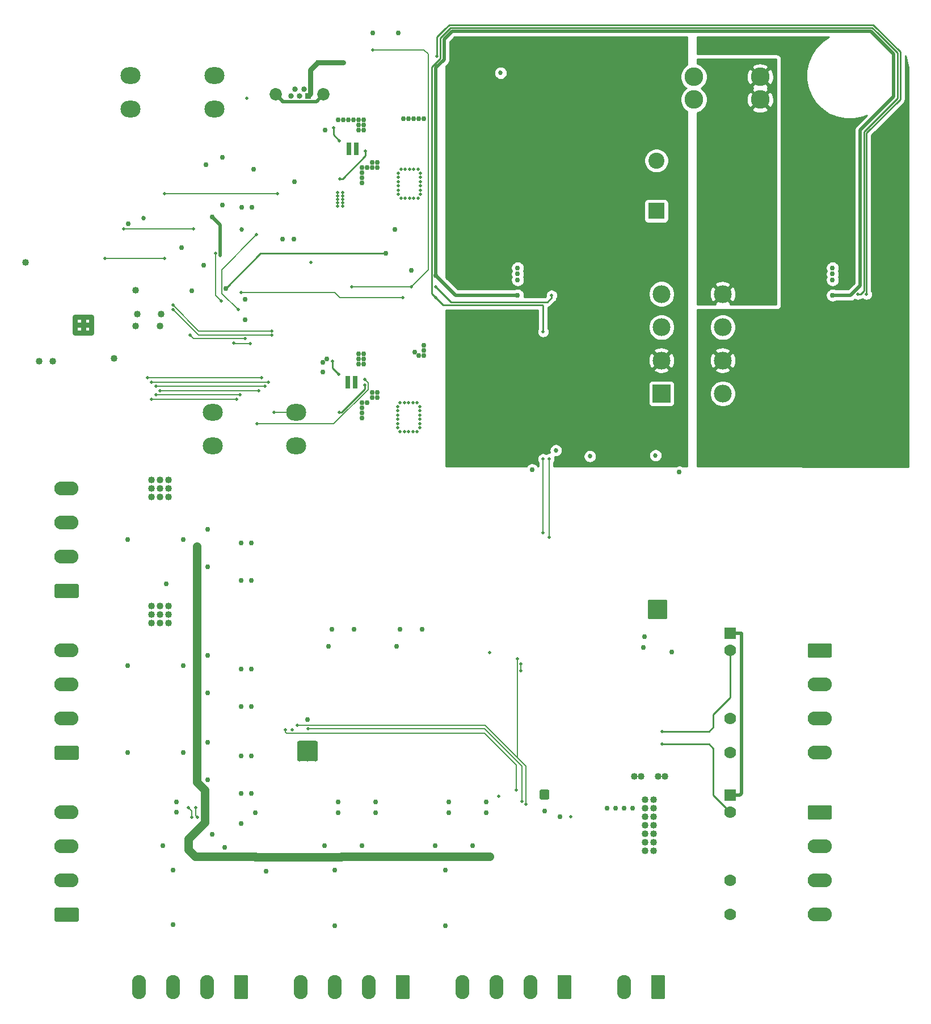
<source format=gbl>
G04 #@! TF.GenerationSoftware,KiCad,Pcbnew,(5.1.4-0-10_14)*
G04 #@! TF.CreationDate,2019-10-20T10:50:28-05:00*
G04 #@! TF.ProjectId,WiFi-Gate-Control-Board,57694669-2d47-4617-9465-2d436f6e7472,rev?*
G04 #@! TF.SameCoordinates,Original*
G04 #@! TF.FileFunction,Copper,L4,Bot*
G04 #@! TF.FilePolarity,Positive*
%FSLAX46Y46*%
G04 Gerber Fmt 4.6, Leading zero omitted, Abs format (unit mm)*
G04 Created by KiCad (PCBNEW (5.1.4-0-10_14)) date 2019-10-20 10:50:28*
%MOMM*%
%LPD*%
G04 APERTURE LIST*
%ADD10C,0.635000*%
%ADD11C,0.152400*%
%ADD12C,1.450000*%
%ADD13C,0.508000*%
%ADD14C,2.400000*%
%ADD15R,2.400000X2.400000*%
%ADD16C,3.030000*%
%ADD17C,0.630000*%
%ADD18R,0.800000X1.900000*%
%ADD19C,2.900000*%
%ADD20O,2.999999X2.500000*%
%ADD21O,3.000000X2.500000*%
%ADD22C,1.778000*%
%ADD23R,1.778000X1.778000*%
%ADD24O,3.600000X2.080000*%
%ADD25C,2.080000*%
%ADD26O,2.080000X3.600000*%
%ADD27C,2.667000*%
%ADD28R,2.667000X2.667000*%
%ADD29C,2.780000*%
%ADD30C,1.850000*%
%ADD31C,0.840000*%
%ADD32R,0.840000X0.840000*%
%ADD33C,0.762000*%
%ADD34C,1.016000*%
%ADD35C,0.685800*%
%ADD36C,0.762000*%
%ADD37C,0.508000*%
%ADD38C,0.254000*%
%ADD39C,1.270000*%
G04 APERTURE END LIST*
D10*
X108829000Y-100545000D03*
X108829000Y-101745000D03*
X108829000Y-99345000D03*
X107629000Y-101745000D03*
X107629000Y-100545000D03*
X107629000Y-99345000D03*
X110029000Y-101745000D03*
X110029000Y-100545000D03*
X110029000Y-99345000D03*
D11*
G36*
X178184504Y-169821204D02*
G01*
X178208773Y-169824804D01*
X178232571Y-169830765D01*
X178255671Y-169839030D01*
X178277849Y-169849520D01*
X178298893Y-169862133D01*
X178318598Y-169876747D01*
X178336777Y-169893223D01*
X178353253Y-169911402D01*
X178367867Y-169931107D01*
X178380480Y-169952151D01*
X178390970Y-169974329D01*
X178399235Y-169997429D01*
X178405196Y-170021227D01*
X178408796Y-170045496D01*
X178410000Y-170070000D01*
X178410000Y-171020000D01*
X178408796Y-171044504D01*
X178405196Y-171068773D01*
X178399235Y-171092571D01*
X178390970Y-171115671D01*
X178380480Y-171137849D01*
X178367867Y-171158893D01*
X178353253Y-171178598D01*
X178336777Y-171196777D01*
X178318598Y-171213253D01*
X178298893Y-171227867D01*
X178277849Y-171240480D01*
X178255671Y-171250970D01*
X178232571Y-171259235D01*
X178208773Y-171265196D01*
X178184504Y-171268796D01*
X178160000Y-171270000D01*
X177210000Y-171270000D01*
X177185496Y-171268796D01*
X177161227Y-171265196D01*
X177137429Y-171259235D01*
X177114329Y-171250970D01*
X177092151Y-171240480D01*
X177071107Y-171227867D01*
X177051402Y-171213253D01*
X177033223Y-171196777D01*
X177016747Y-171178598D01*
X177002133Y-171158893D01*
X176989520Y-171137849D01*
X176979030Y-171115671D01*
X176970765Y-171092571D01*
X176964804Y-171068773D01*
X176961204Y-171044504D01*
X176960000Y-171020000D01*
X176960000Y-170070000D01*
X176961204Y-170045496D01*
X176964804Y-170021227D01*
X176970765Y-169997429D01*
X176979030Y-169974329D01*
X176989520Y-169952151D01*
X177002133Y-169931107D01*
X177016747Y-169911402D01*
X177033223Y-169893223D01*
X177051402Y-169876747D01*
X177071107Y-169862133D01*
X177092151Y-169849520D01*
X177114329Y-169839030D01*
X177137429Y-169830765D01*
X177161227Y-169824804D01*
X177185496Y-169821204D01*
X177210000Y-169820000D01*
X178160000Y-169820000D01*
X178184504Y-169821204D01*
X178184504Y-169821204D01*
G37*
D12*
X177685000Y-170545000D03*
D13*
X177210000Y-170070000D03*
X178160000Y-170070000D03*
X177210000Y-171020000D03*
X178160000Y-171020000D03*
D14*
X194371000Y-76043000D03*
D15*
X194371000Y-83543000D03*
D11*
G36*
X143590505Y-162547204D02*
G01*
X143614773Y-162550804D01*
X143638572Y-162556765D01*
X143661671Y-162565030D01*
X143683850Y-162575520D01*
X143704893Y-162588132D01*
X143724599Y-162602747D01*
X143742777Y-162619223D01*
X143759253Y-162637401D01*
X143773868Y-162657107D01*
X143786480Y-162678150D01*
X143796970Y-162700329D01*
X143805235Y-162723428D01*
X143811196Y-162747227D01*
X143814796Y-162771495D01*
X143816000Y-162795999D01*
X143816000Y-165326001D01*
X143814796Y-165350505D01*
X143811196Y-165374773D01*
X143805235Y-165398572D01*
X143796970Y-165421671D01*
X143786480Y-165443850D01*
X143773868Y-165464893D01*
X143759253Y-165484599D01*
X143742777Y-165502777D01*
X143724599Y-165519253D01*
X143704893Y-165533868D01*
X143683850Y-165546480D01*
X143661671Y-165556970D01*
X143638572Y-165565235D01*
X143614773Y-165571196D01*
X143590505Y-165574796D01*
X143566001Y-165576000D01*
X141035999Y-165576000D01*
X141011495Y-165574796D01*
X140987227Y-165571196D01*
X140963428Y-165565235D01*
X140940329Y-165556970D01*
X140918150Y-165546480D01*
X140897107Y-165533868D01*
X140877401Y-165519253D01*
X140859223Y-165502777D01*
X140842747Y-165484599D01*
X140828132Y-165464893D01*
X140815520Y-165443850D01*
X140805030Y-165421671D01*
X140796765Y-165398572D01*
X140790804Y-165374773D01*
X140787204Y-165350505D01*
X140786000Y-165326001D01*
X140786000Y-162795999D01*
X140787204Y-162771495D01*
X140790804Y-162747227D01*
X140796765Y-162723428D01*
X140805030Y-162700329D01*
X140815520Y-162678150D01*
X140828132Y-162657107D01*
X140842747Y-162637401D01*
X140859223Y-162619223D01*
X140877401Y-162602747D01*
X140897107Y-162588132D01*
X140918150Y-162575520D01*
X140940329Y-162565030D01*
X140963428Y-162556765D01*
X140987227Y-162550804D01*
X141011495Y-162547204D01*
X141035999Y-162546000D01*
X143566001Y-162546000D01*
X143590505Y-162547204D01*
X143590505Y-162547204D01*
G37*
D16*
X142301000Y-164061000D03*
D17*
X143501000Y-165261000D03*
X142301000Y-165261000D03*
X141101000Y-165261000D03*
X143501000Y-164061000D03*
X142301000Y-164061000D03*
X141101000Y-164061000D03*
X143501000Y-162861000D03*
X142301000Y-162861000D03*
X141101000Y-162861000D03*
D18*
X148355000Y-109070000D03*
X149455000Y-109070000D03*
D11*
G36*
X195754504Y-141476204D02*
G01*
X195778773Y-141479804D01*
X195802571Y-141485765D01*
X195825671Y-141494030D01*
X195847849Y-141504520D01*
X195868893Y-141517133D01*
X195888598Y-141531747D01*
X195906777Y-141548223D01*
X195923253Y-141566402D01*
X195937867Y-141586107D01*
X195950480Y-141607151D01*
X195960970Y-141629329D01*
X195969235Y-141652429D01*
X195975196Y-141676227D01*
X195978796Y-141700496D01*
X195980000Y-141725000D01*
X195980000Y-144125000D01*
X195978796Y-144149504D01*
X195975196Y-144173773D01*
X195969235Y-144197571D01*
X195960970Y-144220671D01*
X195950480Y-144242849D01*
X195937867Y-144263893D01*
X195923253Y-144283598D01*
X195906777Y-144301777D01*
X195888598Y-144318253D01*
X195868893Y-144332867D01*
X195847849Y-144345480D01*
X195825671Y-144355970D01*
X195802571Y-144364235D01*
X195778773Y-144370196D01*
X195754504Y-144373796D01*
X195730000Y-144375000D01*
X193330000Y-144375000D01*
X193305496Y-144373796D01*
X193281227Y-144370196D01*
X193257429Y-144364235D01*
X193234329Y-144355970D01*
X193212151Y-144345480D01*
X193191107Y-144332867D01*
X193171402Y-144318253D01*
X193153223Y-144301777D01*
X193136747Y-144283598D01*
X193122133Y-144263893D01*
X193109520Y-144242849D01*
X193099030Y-144220671D01*
X193090765Y-144197571D01*
X193084804Y-144173773D01*
X193081204Y-144149504D01*
X193080000Y-144125000D01*
X193080000Y-141725000D01*
X193081204Y-141700496D01*
X193084804Y-141676227D01*
X193090765Y-141652429D01*
X193099030Y-141629329D01*
X193109520Y-141607151D01*
X193122133Y-141586107D01*
X193136747Y-141566402D01*
X193153223Y-141548223D01*
X193171402Y-141531747D01*
X193191107Y-141517133D01*
X193212151Y-141504520D01*
X193234329Y-141494030D01*
X193257429Y-141485765D01*
X193281227Y-141479804D01*
X193305496Y-141476204D01*
X193330000Y-141475000D01*
X195730000Y-141475000D01*
X195754504Y-141476204D01*
X195754504Y-141476204D01*
G37*
D19*
X194530000Y-142925000D03*
D13*
X193330000Y-141725000D03*
X194530000Y-141725000D03*
X195730000Y-141725000D03*
X193330000Y-142925000D03*
X194530000Y-142925000D03*
X195730000Y-142925000D03*
X193330000Y-144125000D03*
X194530000Y-144125000D03*
X195730000Y-144125000D03*
D20*
X115885000Y-68350000D03*
X115885000Y-63350000D03*
D21*
X128385000Y-68350000D03*
D20*
X128385000Y-63350000D03*
D21*
X140650000Y-113595000D03*
X140650000Y-118595000D03*
D20*
X128150000Y-113595000D03*
X128150000Y-118595000D03*
D22*
X205420000Y-164315000D03*
X205420000Y-159235000D03*
X205420000Y-149075000D03*
D23*
X205420000Y-146535000D03*
D22*
X205420000Y-188445000D03*
X205420000Y-183365000D03*
X205420000Y-173205000D03*
D23*
X205420000Y-170665000D03*
D24*
X218755000Y-164315000D03*
X218755000Y-159235000D03*
X218755000Y-154155000D03*
D11*
G36*
X220329505Y-148036204D02*
G01*
X220353773Y-148039804D01*
X220377572Y-148045765D01*
X220400671Y-148054030D01*
X220422850Y-148064520D01*
X220443893Y-148077132D01*
X220463599Y-148091747D01*
X220481777Y-148108223D01*
X220498253Y-148126401D01*
X220512868Y-148146107D01*
X220525480Y-148167150D01*
X220535970Y-148189329D01*
X220544235Y-148212428D01*
X220550196Y-148236227D01*
X220553796Y-148260495D01*
X220555000Y-148284999D01*
X220555000Y-149865001D01*
X220553796Y-149889505D01*
X220550196Y-149913773D01*
X220544235Y-149937572D01*
X220535970Y-149960671D01*
X220525480Y-149982850D01*
X220512868Y-150003893D01*
X220498253Y-150023599D01*
X220481777Y-150041777D01*
X220463599Y-150058253D01*
X220443893Y-150072868D01*
X220422850Y-150085480D01*
X220400671Y-150095970D01*
X220377572Y-150104235D01*
X220353773Y-150110196D01*
X220329505Y-150113796D01*
X220305001Y-150115000D01*
X217204999Y-150115000D01*
X217180495Y-150113796D01*
X217156227Y-150110196D01*
X217132428Y-150104235D01*
X217109329Y-150095970D01*
X217087150Y-150085480D01*
X217066107Y-150072868D01*
X217046401Y-150058253D01*
X217028223Y-150041777D01*
X217011747Y-150023599D01*
X216997132Y-150003893D01*
X216984520Y-149982850D01*
X216974030Y-149960671D01*
X216965765Y-149937572D01*
X216959804Y-149913773D01*
X216956204Y-149889505D01*
X216955000Y-149865001D01*
X216955000Y-148284999D01*
X216956204Y-148260495D01*
X216959804Y-148236227D01*
X216965765Y-148212428D01*
X216974030Y-148189329D01*
X216984520Y-148167150D01*
X216997132Y-148146107D01*
X217011747Y-148126401D01*
X217028223Y-148108223D01*
X217046401Y-148091747D01*
X217066107Y-148077132D01*
X217087150Y-148064520D01*
X217109329Y-148054030D01*
X217132428Y-148045765D01*
X217156227Y-148039804D01*
X217180495Y-148036204D01*
X217204999Y-148035000D01*
X220305001Y-148035000D01*
X220329505Y-148036204D01*
X220329505Y-148036204D01*
G37*
D25*
X218755000Y-149075000D03*
D24*
X218755000Y-188445000D03*
X218755000Y-183365000D03*
X218755000Y-178285000D03*
D11*
G36*
X220329505Y-172166204D02*
G01*
X220353773Y-172169804D01*
X220377572Y-172175765D01*
X220400671Y-172184030D01*
X220422850Y-172194520D01*
X220443893Y-172207132D01*
X220463599Y-172221747D01*
X220481777Y-172238223D01*
X220498253Y-172256401D01*
X220512868Y-172276107D01*
X220525480Y-172297150D01*
X220535970Y-172319329D01*
X220544235Y-172342428D01*
X220550196Y-172366227D01*
X220553796Y-172390495D01*
X220555000Y-172414999D01*
X220555000Y-173995001D01*
X220553796Y-174019505D01*
X220550196Y-174043773D01*
X220544235Y-174067572D01*
X220535970Y-174090671D01*
X220525480Y-174112850D01*
X220512868Y-174133893D01*
X220498253Y-174153599D01*
X220481777Y-174171777D01*
X220463599Y-174188253D01*
X220443893Y-174202868D01*
X220422850Y-174215480D01*
X220400671Y-174225970D01*
X220377572Y-174234235D01*
X220353773Y-174240196D01*
X220329505Y-174243796D01*
X220305001Y-174245000D01*
X217204999Y-174245000D01*
X217180495Y-174243796D01*
X217156227Y-174240196D01*
X217132428Y-174234235D01*
X217109329Y-174225970D01*
X217087150Y-174215480D01*
X217066107Y-174202868D01*
X217046401Y-174188253D01*
X217028223Y-174171777D01*
X217011747Y-174153599D01*
X216997132Y-174133893D01*
X216984520Y-174112850D01*
X216974030Y-174090671D01*
X216965765Y-174067572D01*
X216959804Y-174043773D01*
X216956204Y-174019505D01*
X216955000Y-173995001D01*
X216955000Y-172414999D01*
X216956204Y-172390495D01*
X216959804Y-172366227D01*
X216965765Y-172342428D01*
X216974030Y-172319329D01*
X216984520Y-172297150D01*
X216997132Y-172276107D01*
X217011747Y-172256401D01*
X217028223Y-172238223D01*
X217046401Y-172221747D01*
X217066107Y-172207132D01*
X217087150Y-172194520D01*
X217109329Y-172184030D01*
X217132428Y-172175765D01*
X217156227Y-172169804D01*
X217180495Y-172166204D01*
X217204999Y-172165000D01*
X220305001Y-172165000D01*
X220329505Y-172166204D01*
X220329505Y-172166204D01*
G37*
D25*
X218755000Y-173205000D03*
D26*
X189545000Y-199240000D03*
D11*
G36*
X195439505Y-197441204D02*
G01*
X195463773Y-197444804D01*
X195487572Y-197450765D01*
X195510671Y-197459030D01*
X195532850Y-197469520D01*
X195553893Y-197482132D01*
X195573599Y-197496747D01*
X195591777Y-197513223D01*
X195608253Y-197531401D01*
X195622868Y-197551107D01*
X195635480Y-197572150D01*
X195645970Y-197594329D01*
X195654235Y-197617428D01*
X195660196Y-197641227D01*
X195663796Y-197665495D01*
X195665000Y-197689999D01*
X195665000Y-200790001D01*
X195663796Y-200814505D01*
X195660196Y-200838773D01*
X195654235Y-200862572D01*
X195645970Y-200885671D01*
X195635480Y-200907850D01*
X195622868Y-200928893D01*
X195608253Y-200948599D01*
X195591777Y-200966777D01*
X195573599Y-200983253D01*
X195553893Y-200997868D01*
X195532850Y-201010480D01*
X195510671Y-201020970D01*
X195487572Y-201029235D01*
X195463773Y-201035196D01*
X195439505Y-201038796D01*
X195415001Y-201040000D01*
X193834999Y-201040000D01*
X193810495Y-201038796D01*
X193786227Y-201035196D01*
X193762428Y-201029235D01*
X193739329Y-201020970D01*
X193717150Y-201010480D01*
X193696107Y-200997868D01*
X193676401Y-200983253D01*
X193658223Y-200966777D01*
X193641747Y-200948599D01*
X193627132Y-200928893D01*
X193614520Y-200907850D01*
X193604030Y-200885671D01*
X193595765Y-200862572D01*
X193589804Y-200838773D01*
X193586204Y-200814505D01*
X193585000Y-200790001D01*
X193585000Y-197689999D01*
X193586204Y-197665495D01*
X193589804Y-197641227D01*
X193595765Y-197617428D01*
X193604030Y-197594329D01*
X193614520Y-197572150D01*
X193627132Y-197551107D01*
X193641747Y-197531401D01*
X193658223Y-197513223D01*
X193676401Y-197496747D01*
X193696107Y-197482132D01*
X193717150Y-197469520D01*
X193739329Y-197459030D01*
X193762428Y-197450765D01*
X193786227Y-197444804D01*
X193810495Y-197441204D01*
X193834999Y-197440000D01*
X195415001Y-197440000D01*
X195439505Y-197441204D01*
X195439505Y-197441204D01*
G37*
D25*
X194625000Y-199240000D03*
D26*
X165415000Y-199240000D03*
X170495000Y-199240000D03*
X175575000Y-199240000D03*
D11*
G36*
X181469505Y-197441204D02*
G01*
X181493773Y-197444804D01*
X181517572Y-197450765D01*
X181540671Y-197459030D01*
X181562850Y-197469520D01*
X181583893Y-197482132D01*
X181603599Y-197496747D01*
X181621777Y-197513223D01*
X181638253Y-197531401D01*
X181652868Y-197551107D01*
X181665480Y-197572150D01*
X181675970Y-197594329D01*
X181684235Y-197617428D01*
X181690196Y-197641227D01*
X181693796Y-197665495D01*
X181695000Y-197689999D01*
X181695000Y-200790001D01*
X181693796Y-200814505D01*
X181690196Y-200838773D01*
X181684235Y-200862572D01*
X181675970Y-200885671D01*
X181665480Y-200907850D01*
X181652868Y-200928893D01*
X181638253Y-200948599D01*
X181621777Y-200966777D01*
X181603599Y-200983253D01*
X181583893Y-200997868D01*
X181562850Y-201010480D01*
X181540671Y-201020970D01*
X181517572Y-201029235D01*
X181493773Y-201035196D01*
X181469505Y-201038796D01*
X181445001Y-201040000D01*
X179864999Y-201040000D01*
X179840495Y-201038796D01*
X179816227Y-201035196D01*
X179792428Y-201029235D01*
X179769329Y-201020970D01*
X179747150Y-201010480D01*
X179726107Y-200997868D01*
X179706401Y-200983253D01*
X179688223Y-200966777D01*
X179671747Y-200948599D01*
X179657132Y-200928893D01*
X179644520Y-200907850D01*
X179634030Y-200885671D01*
X179625765Y-200862572D01*
X179619804Y-200838773D01*
X179616204Y-200814505D01*
X179615000Y-200790001D01*
X179615000Y-197689999D01*
X179616204Y-197665495D01*
X179619804Y-197641227D01*
X179625765Y-197617428D01*
X179634030Y-197594329D01*
X179644520Y-197572150D01*
X179657132Y-197551107D01*
X179671747Y-197531401D01*
X179688223Y-197513223D01*
X179706401Y-197496747D01*
X179726107Y-197482132D01*
X179747150Y-197469520D01*
X179769329Y-197459030D01*
X179792428Y-197450765D01*
X179816227Y-197444804D01*
X179840495Y-197441204D01*
X179864999Y-197440000D01*
X181445001Y-197440000D01*
X181469505Y-197441204D01*
X181469505Y-197441204D01*
G37*
D25*
X180655000Y-199240000D03*
D26*
X141285000Y-199240000D03*
X146365000Y-199240000D03*
X151445000Y-199240000D03*
D11*
G36*
X157339505Y-197441204D02*
G01*
X157363773Y-197444804D01*
X157387572Y-197450765D01*
X157410671Y-197459030D01*
X157432850Y-197469520D01*
X157453893Y-197482132D01*
X157473599Y-197496747D01*
X157491777Y-197513223D01*
X157508253Y-197531401D01*
X157522868Y-197551107D01*
X157535480Y-197572150D01*
X157545970Y-197594329D01*
X157554235Y-197617428D01*
X157560196Y-197641227D01*
X157563796Y-197665495D01*
X157565000Y-197689999D01*
X157565000Y-200790001D01*
X157563796Y-200814505D01*
X157560196Y-200838773D01*
X157554235Y-200862572D01*
X157545970Y-200885671D01*
X157535480Y-200907850D01*
X157522868Y-200928893D01*
X157508253Y-200948599D01*
X157491777Y-200966777D01*
X157473599Y-200983253D01*
X157453893Y-200997868D01*
X157432850Y-201010480D01*
X157410671Y-201020970D01*
X157387572Y-201029235D01*
X157363773Y-201035196D01*
X157339505Y-201038796D01*
X157315001Y-201040000D01*
X155734999Y-201040000D01*
X155710495Y-201038796D01*
X155686227Y-201035196D01*
X155662428Y-201029235D01*
X155639329Y-201020970D01*
X155617150Y-201010480D01*
X155596107Y-200997868D01*
X155576401Y-200983253D01*
X155558223Y-200966777D01*
X155541747Y-200948599D01*
X155527132Y-200928893D01*
X155514520Y-200907850D01*
X155504030Y-200885671D01*
X155495765Y-200862572D01*
X155489804Y-200838773D01*
X155486204Y-200814505D01*
X155485000Y-200790001D01*
X155485000Y-197689999D01*
X155486204Y-197665495D01*
X155489804Y-197641227D01*
X155495765Y-197617428D01*
X155504030Y-197594329D01*
X155514520Y-197572150D01*
X155527132Y-197551107D01*
X155541747Y-197531401D01*
X155558223Y-197513223D01*
X155576401Y-197496747D01*
X155596107Y-197482132D01*
X155617150Y-197469520D01*
X155639329Y-197459030D01*
X155662428Y-197450765D01*
X155686227Y-197444804D01*
X155710495Y-197441204D01*
X155734999Y-197440000D01*
X157315001Y-197440000D01*
X157339505Y-197441204D01*
X157339505Y-197441204D01*
G37*
D25*
X156525000Y-199240000D03*
D26*
X117155000Y-199240000D03*
X122235000Y-199240000D03*
X127315000Y-199240000D03*
D11*
G36*
X133209505Y-197441204D02*
G01*
X133233773Y-197444804D01*
X133257572Y-197450765D01*
X133280671Y-197459030D01*
X133302850Y-197469520D01*
X133323893Y-197482132D01*
X133343599Y-197496747D01*
X133361777Y-197513223D01*
X133378253Y-197531401D01*
X133392868Y-197551107D01*
X133405480Y-197572150D01*
X133415970Y-197594329D01*
X133424235Y-197617428D01*
X133430196Y-197641227D01*
X133433796Y-197665495D01*
X133435000Y-197689999D01*
X133435000Y-200790001D01*
X133433796Y-200814505D01*
X133430196Y-200838773D01*
X133424235Y-200862572D01*
X133415970Y-200885671D01*
X133405480Y-200907850D01*
X133392868Y-200928893D01*
X133378253Y-200948599D01*
X133361777Y-200966777D01*
X133343599Y-200983253D01*
X133323893Y-200997868D01*
X133302850Y-201010480D01*
X133280671Y-201020970D01*
X133257572Y-201029235D01*
X133233773Y-201035196D01*
X133209505Y-201038796D01*
X133185001Y-201040000D01*
X131604999Y-201040000D01*
X131580495Y-201038796D01*
X131556227Y-201035196D01*
X131532428Y-201029235D01*
X131509329Y-201020970D01*
X131487150Y-201010480D01*
X131466107Y-200997868D01*
X131446401Y-200983253D01*
X131428223Y-200966777D01*
X131411747Y-200948599D01*
X131397132Y-200928893D01*
X131384520Y-200907850D01*
X131374030Y-200885671D01*
X131365765Y-200862572D01*
X131359804Y-200838773D01*
X131356204Y-200814505D01*
X131355000Y-200790001D01*
X131355000Y-197689999D01*
X131356204Y-197665495D01*
X131359804Y-197641227D01*
X131365765Y-197617428D01*
X131374030Y-197594329D01*
X131384520Y-197572150D01*
X131397132Y-197551107D01*
X131411747Y-197531401D01*
X131428223Y-197513223D01*
X131446401Y-197496747D01*
X131466107Y-197482132D01*
X131487150Y-197469520D01*
X131509329Y-197459030D01*
X131532428Y-197450765D01*
X131556227Y-197444804D01*
X131580495Y-197441204D01*
X131604999Y-197440000D01*
X133185001Y-197440000D01*
X133209505Y-197441204D01*
X133209505Y-197441204D01*
G37*
D25*
X132395000Y-199240000D03*
D24*
X106360000Y-173205000D03*
X106360000Y-178285000D03*
X106360000Y-183365000D03*
D11*
G36*
X107934505Y-187406204D02*
G01*
X107958773Y-187409804D01*
X107982572Y-187415765D01*
X108005671Y-187424030D01*
X108027850Y-187434520D01*
X108048893Y-187447132D01*
X108068599Y-187461747D01*
X108086777Y-187478223D01*
X108103253Y-187496401D01*
X108117868Y-187516107D01*
X108130480Y-187537150D01*
X108140970Y-187559329D01*
X108149235Y-187582428D01*
X108155196Y-187606227D01*
X108158796Y-187630495D01*
X108160000Y-187654999D01*
X108160000Y-189235001D01*
X108158796Y-189259505D01*
X108155196Y-189283773D01*
X108149235Y-189307572D01*
X108140970Y-189330671D01*
X108130480Y-189352850D01*
X108117868Y-189373893D01*
X108103253Y-189393599D01*
X108086777Y-189411777D01*
X108068599Y-189428253D01*
X108048893Y-189442868D01*
X108027850Y-189455480D01*
X108005671Y-189465970D01*
X107982572Y-189474235D01*
X107958773Y-189480196D01*
X107934505Y-189483796D01*
X107910001Y-189485000D01*
X104809999Y-189485000D01*
X104785495Y-189483796D01*
X104761227Y-189480196D01*
X104737428Y-189474235D01*
X104714329Y-189465970D01*
X104692150Y-189455480D01*
X104671107Y-189442868D01*
X104651401Y-189428253D01*
X104633223Y-189411777D01*
X104616747Y-189393599D01*
X104602132Y-189373893D01*
X104589520Y-189352850D01*
X104579030Y-189330671D01*
X104570765Y-189307572D01*
X104564804Y-189283773D01*
X104561204Y-189259505D01*
X104560000Y-189235001D01*
X104560000Y-187654999D01*
X104561204Y-187630495D01*
X104564804Y-187606227D01*
X104570765Y-187582428D01*
X104579030Y-187559329D01*
X104589520Y-187537150D01*
X104602132Y-187516107D01*
X104616747Y-187496401D01*
X104633223Y-187478223D01*
X104651401Y-187461747D01*
X104671107Y-187447132D01*
X104692150Y-187434520D01*
X104714329Y-187424030D01*
X104737428Y-187415765D01*
X104761227Y-187409804D01*
X104785495Y-187406204D01*
X104809999Y-187405000D01*
X107910001Y-187405000D01*
X107934505Y-187406204D01*
X107934505Y-187406204D01*
G37*
D25*
X106360000Y-188445000D03*
D24*
X106360000Y-149075000D03*
X106360000Y-154155000D03*
X106360000Y-159235000D03*
D11*
G36*
X107934505Y-163276204D02*
G01*
X107958773Y-163279804D01*
X107982572Y-163285765D01*
X108005671Y-163294030D01*
X108027850Y-163304520D01*
X108048893Y-163317132D01*
X108068599Y-163331747D01*
X108086777Y-163348223D01*
X108103253Y-163366401D01*
X108117868Y-163386107D01*
X108130480Y-163407150D01*
X108140970Y-163429329D01*
X108149235Y-163452428D01*
X108155196Y-163476227D01*
X108158796Y-163500495D01*
X108160000Y-163524999D01*
X108160000Y-165105001D01*
X108158796Y-165129505D01*
X108155196Y-165153773D01*
X108149235Y-165177572D01*
X108140970Y-165200671D01*
X108130480Y-165222850D01*
X108117868Y-165243893D01*
X108103253Y-165263599D01*
X108086777Y-165281777D01*
X108068599Y-165298253D01*
X108048893Y-165312868D01*
X108027850Y-165325480D01*
X108005671Y-165335970D01*
X107982572Y-165344235D01*
X107958773Y-165350196D01*
X107934505Y-165353796D01*
X107910001Y-165355000D01*
X104809999Y-165355000D01*
X104785495Y-165353796D01*
X104761227Y-165350196D01*
X104737428Y-165344235D01*
X104714329Y-165335970D01*
X104692150Y-165325480D01*
X104671107Y-165312868D01*
X104651401Y-165298253D01*
X104633223Y-165281777D01*
X104616747Y-165263599D01*
X104602132Y-165243893D01*
X104589520Y-165222850D01*
X104579030Y-165200671D01*
X104570765Y-165177572D01*
X104564804Y-165153773D01*
X104561204Y-165129505D01*
X104560000Y-165105001D01*
X104560000Y-163524999D01*
X104561204Y-163500495D01*
X104564804Y-163476227D01*
X104570765Y-163452428D01*
X104579030Y-163429329D01*
X104589520Y-163407150D01*
X104602132Y-163386107D01*
X104616747Y-163366401D01*
X104633223Y-163348223D01*
X104651401Y-163331747D01*
X104671107Y-163317132D01*
X104692150Y-163304520D01*
X104714329Y-163294030D01*
X104737428Y-163285765D01*
X104761227Y-163279804D01*
X104785495Y-163276204D01*
X104809999Y-163275000D01*
X107910001Y-163275000D01*
X107934505Y-163276204D01*
X107934505Y-163276204D01*
G37*
D25*
X106360000Y-164315000D03*
D24*
X106360000Y-124945000D03*
X106360000Y-130025000D03*
X106360000Y-135105000D03*
D11*
G36*
X107934505Y-139146204D02*
G01*
X107958773Y-139149804D01*
X107982572Y-139155765D01*
X108005671Y-139164030D01*
X108027850Y-139174520D01*
X108048893Y-139187132D01*
X108068599Y-139201747D01*
X108086777Y-139218223D01*
X108103253Y-139236401D01*
X108117868Y-139256107D01*
X108130480Y-139277150D01*
X108140970Y-139299329D01*
X108149235Y-139322428D01*
X108155196Y-139346227D01*
X108158796Y-139370495D01*
X108160000Y-139394999D01*
X108160000Y-140975001D01*
X108158796Y-140999505D01*
X108155196Y-141023773D01*
X108149235Y-141047572D01*
X108140970Y-141070671D01*
X108130480Y-141092850D01*
X108117868Y-141113893D01*
X108103253Y-141133599D01*
X108086777Y-141151777D01*
X108068599Y-141168253D01*
X108048893Y-141182868D01*
X108027850Y-141195480D01*
X108005671Y-141205970D01*
X107982572Y-141214235D01*
X107958773Y-141220196D01*
X107934505Y-141223796D01*
X107910001Y-141225000D01*
X104809999Y-141225000D01*
X104785495Y-141223796D01*
X104761227Y-141220196D01*
X104737428Y-141214235D01*
X104714329Y-141205970D01*
X104692150Y-141195480D01*
X104671107Y-141182868D01*
X104651401Y-141168253D01*
X104633223Y-141151777D01*
X104616747Y-141133599D01*
X104602132Y-141113893D01*
X104589520Y-141092850D01*
X104579030Y-141070671D01*
X104570765Y-141047572D01*
X104564804Y-141023773D01*
X104561204Y-140999505D01*
X104560000Y-140975001D01*
X104560000Y-139394999D01*
X104561204Y-139370495D01*
X104564804Y-139346227D01*
X104570765Y-139322428D01*
X104579030Y-139299329D01*
X104589520Y-139277150D01*
X104602132Y-139256107D01*
X104616747Y-139236401D01*
X104633223Y-139218223D01*
X104651401Y-139201747D01*
X104671107Y-139187132D01*
X104692150Y-139174520D01*
X104714329Y-139164030D01*
X104737428Y-139155765D01*
X104761227Y-139149804D01*
X104785495Y-139146204D01*
X104809999Y-139145000D01*
X107910001Y-139145000D01*
X107934505Y-139146204D01*
X107934505Y-139146204D01*
G37*
D25*
X106360000Y-140185000D03*
D27*
X204275000Y-95930000D03*
X204275000Y-100880000D03*
X204275000Y-105830000D03*
X204275000Y-110780000D03*
X195135000Y-95930000D03*
X195135000Y-100880000D03*
X195135000Y-105830000D03*
D28*
X195135000Y-110780000D03*
D29*
X199945000Y-63555000D03*
X199945000Y-66955000D03*
X209865000Y-63555000D03*
X209865000Y-66955000D03*
D18*
X149572500Y-74261700D03*
X148472500Y-74261700D03*
D30*
X137555000Y-66180000D03*
X144705000Y-66180000D03*
D31*
X139830000Y-66400000D03*
X140480000Y-65400000D03*
X141130000Y-66400000D03*
X141780000Y-65400000D03*
D32*
X142430000Y-66400000D03*
D33*
X151953000Y-76304000D03*
X152715000Y-76304000D03*
X152715000Y-77066000D03*
X151953000Y-77066000D03*
X144968000Y-71478000D03*
D34*
X195641000Y-167822500D03*
D13*
X155763000Y-113959500D03*
X156144000Y-112118000D03*
X155763000Y-115229500D03*
X158684000Y-112118000D03*
X155763000Y-115864500D03*
X159065000Y-113959500D03*
X156144000Y-116436000D03*
X155763000Y-114594500D03*
X156779000Y-116436000D03*
X155763000Y-113324500D03*
X158684000Y-116436000D03*
X159065000Y-113324500D03*
X159065000Y-115229500D03*
X159065000Y-112689500D03*
X159065000Y-114594500D03*
X159065000Y-115864500D03*
X158049000Y-116436000D03*
X158049000Y-112118000D03*
X157414000Y-112118000D03*
X156779000Y-112118000D03*
X155763000Y-112689500D03*
X157414000Y-116436000D03*
D34*
X120457000Y-98910000D03*
D33*
X134046000Y-83035000D03*
D34*
X100237000Y-91174000D03*
X104307000Y-105906000D03*
D33*
X140269000Y-87734000D03*
D34*
X120330000Y-100688000D03*
D33*
X173670000Y-93830000D03*
X173670000Y-92941000D03*
X173670000Y-92052000D03*
X220660000Y-92052000D03*
X220660000Y-92941000D03*
X220660000Y-93830000D03*
D35*
X171130000Y-62975000D03*
D33*
X122743000Y-171655500D03*
D35*
X184465000Y-120119000D03*
D33*
X132961250Y-99799000D03*
X132522000Y-83035000D03*
X145476000Y-148440000D03*
X133944500Y-133073000D03*
X152080000Y-57000000D03*
X140396000Y-79225000D03*
X129626500Y-82679500D03*
X129626500Y-75542000D03*
X126773910Y-91678590D03*
X123492500Y-89016500D03*
D34*
X116679000Y-95365000D03*
D33*
X115529401Y-85444401D03*
D13*
X156271000Y-77320000D03*
X156906000Y-77320000D03*
X157541000Y-77320000D03*
X158176000Y-77320000D03*
X158811000Y-77320000D03*
X159192000Y-81066500D03*
X155890000Y-81066500D03*
X159192000Y-80431500D03*
X159192000Y-79796500D03*
X159192000Y-79161500D03*
X159192000Y-78526500D03*
X159192000Y-77891500D03*
X155890000Y-80431500D03*
X155890000Y-79796500D03*
X155890000Y-79161500D03*
X155890000Y-78526500D03*
X155890000Y-77891500D03*
X156271000Y-81638000D03*
X156906000Y-81638000D03*
X157541000Y-81638000D03*
X158176000Y-81638000D03*
X158811000Y-81638000D03*
D33*
X155382000Y-86276000D03*
X157795000Y-92369500D03*
X190815000Y-172570000D03*
X189545000Y-172570000D03*
X188275000Y-172570000D03*
X187005000Y-172570000D03*
D34*
X192085000Y-167822500D03*
X191069000Y-167822500D03*
X194625000Y-167822500D03*
D33*
X122235000Y-189969000D03*
X115504000Y-164315000D03*
X115504000Y-151361000D03*
X115504000Y-132565000D03*
X146365000Y-190096000D03*
X162875000Y-190096000D03*
X123759000Y-151361000D03*
X123759000Y-164315000D03*
X122235000Y-181841000D03*
X146365000Y-181841000D03*
X162875000Y-181841000D03*
X123759000Y-132565000D03*
X127442000Y-131041000D03*
X133944500Y-151869000D03*
X133944500Y-157457000D03*
X133944500Y-138661000D03*
X120711000Y-178158000D03*
X128103396Y-176503747D03*
X133944500Y-170411000D03*
X133944500Y-164823000D03*
X121219000Y-139169000D03*
X127442000Y-136629000D03*
X127442000Y-149837000D03*
X127442000Y-155425000D03*
X127442000Y-162791000D03*
X127442000Y-168379000D03*
X136109000Y-181968000D03*
X144841000Y-178158000D03*
X150429000Y-178158000D03*
X146873000Y-171655500D03*
X152461000Y-171655500D03*
X129982000Y-178412000D03*
X161351000Y-178158000D03*
X166939000Y-178158000D03*
X163383000Y-171655500D03*
X168971000Y-171655500D03*
X180020000Y-173840000D03*
X175829000Y-122151000D03*
X192466000Y-148592500D03*
X196657000Y-149329000D03*
X145984000Y-145900000D03*
X155636000Y-148440000D03*
X156144000Y-145900000D03*
X159700000Y-104371000D03*
X159700000Y-103609000D03*
X159700000Y-105133000D03*
X158938000Y-105133000D03*
X158303000Y-104625000D03*
X151953000Y-110594000D03*
X151953000Y-111356000D03*
X152715000Y-110594000D03*
X152715000Y-111356000D03*
X149921000Y-104879000D03*
X150683000Y-104879000D03*
X150683000Y-105641000D03*
X149921000Y-105641000D03*
X149921000Y-106403000D03*
X150683000Y-106403000D03*
X144587000Y-106149000D03*
X144587000Y-107546000D03*
X145222000Y-105641000D03*
X147635000Y-69954000D03*
X148397000Y-69954000D03*
X149159000Y-69954000D03*
X149921000Y-69954000D03*
X150683000Y-69954000D03*
X149921000Y-70716000D03*
X149921000Y-71478000D03*
X158176000Y-69827000D03*
X158938000Y-69827000D03*
X159700000Y-69827000D03*
X150429000Y-112118000D03*
X150429000Y-112880000D03*
X150429000Y-113642000D03*
X150429000Y-114404000D03*
X151191000Y-112118000D03*
X150429000Y-77066000D03*
X150429000Y-77828000D03*
X150429000Y-78590000D03*
X150429000Y-79352000D03*
X151191000Y-77066000D03*
X157414000Y-69827000D03*
X156652000Y-69827000D03*
X146873000Y-69954000D03*
X150683000Y-70716000D03*
X150683000Y-71478000D03*
X143825000Y-61445000D03*
X147505000Y-61445000D03*
D13*
X134681000Y-87099000D03*
X124775000Y-102085000D03*
X133030000Y-102593000D03*
X131943850Y-98275000D03*
X137856000Y-81003000D03*
X120965000Y-81003000D03*
X120965000Y-90655000D03*
X112075000Y-90655000D03*
X136459000Y-109095413D03*
X119060000Y-109095413D03*
X135951000Y-109705000D03*
X119695000Y-109705000D03*
X135461250Y-108435000D03*
X118425000Y-108435000D03*
X120330000Y-110340000D03*
X135062000Y-110340000D03*
X132268000Y-110975000D03*
X119695000Y-110975000D03*
X131760000Y-111610000D03*
X119060000Y-111610000D03*
X177480000Y-101577000D03*
X161478000Y-96497000D03*
X224470000Y-95989000D03*
X178750000Y-96116000D03*
X161478000Y-94846000D03*
D34*
X192085000Y-104625000D03*
X190180000Y-104625000D03*
X190180000Y-106530000D03*
X188275000Y-106530000D03*
X186370000Y-106530000D03*
X184465000Y-104625000D03*
X182560000Y-104625000D03*
X182560000Y-106530000D03*
X184465000Y-106530000D03*
X192085000Y-106530000D03*
X182560000Y-108435000D03*
X184465000Y-108435000D03*
X186370000Y-108435000D03*
X188275000Y-108435000D03*
X190180000Y-108435000D03*
X192085000Y-108435000D03*
X192085000Y-110340000D03*
X190180000Y-110340000D03*
X188275000Y-110340000D03*
X186370000Y-110340000D03*
X184465000Y-110340000D03*
X182560000Y-110340000D03*
X182560000Y-112245000D03*
X184465000Y-112245000D03*
X186370000Y-112245000D03*
X188275000Y-112245000D03*
X190180000Y-112245000D03*
X192085000Y-112245000D03*
X192085000Y-114150000D03*
X193990000Y-114150000D03*
X190180000Y-114150000D03*
X188275000Y-114150000D03*
X186370000Y-114150000D03*
X184465000Y-114150000D03*
X182560000Y-114150000D03*
X180655000Y-114150000D03*
X178750000Y-114150000D03*
X176845000Y-114150000D03*
X174940000Y-114150000D03*
X173035000Y-114150000D03*
X171130000Y-114150000D03*
X193990000Y-116055000D03*
X192085000Y-116055000D03*
X190180000Y-116055000D03*
X188275000Y-116055000D03*
X186370000Y-116055000D03*
X184465000Y-116055000D03*
X182560000Y-116055000D03*
X180655000Y-116055000D03*
X178750000Y-116055000D03*
X176845000Y-116055000D03*
X174940000Y-116055000D03*
X173035000Y-116055000D03*
X171130000Y-116055000D03*
X216850000Y-104625000D03*
X214945000Y-104625000D03*
X213040000Y-104625000D03*
X209230000Y-104625000D03*
X207325000Y-104625000D03*
X207325000Y-106530000D03*
X209230000Y-106530000D03*
X211135000Y-106530000D03*
X213040000Y-106530000D03*
X214945000Y-106530000D03*
X216850000Y-106530000D03*
X216850000Y-108435000D03*
X214945000Y-108435000D03*
X213040000Y-108435000D03*
X211135000Y-108435000D03*
X209230000Y-108435000D03*
X207325000Y-108435000D03*
X207325000Y-110340000D03*
X209230000Y-110340000D03*
X211135000Y-110340000D03*
X213040000Y-110340000D03*
X214945000Y-110340000D03*
X216850000Y-110340000D03*
X216850000Y-112245000D03*
X214945000Y-112245000D03*
X213040000Y-112245000D03*
X211135000Y-112245000D03*
X209230000Y-112245000D03*
X207325000Y-112245000D03*
X207325000Y-114150000D03*
X209230000Y-114150000D03*
X211135000Y-114150000D03*
X213040000Y-114150000D03*
X214945000Y-114150000D03*
X216850000Y-114150000D03*
X218755000Y-114150000D03*
X220660000Y-114150000D03*
X222565000Y-114150000D03*
X224470000Y-114150000D03*
X226375000Y-114150000D03*
X228280000Y-114150000D03*
X205420000Y-114150000D03*
X205420000Y-116055000D03*
X207325000Y-116055000D03*
X209230000Y-116055000D03*
X211135000Y-116055000D03*
X213040000Y-116055000D03*
X214945000Y-116055000D03*
X216850000Y-116055000D03*
X218755000Y-116055000D03*
X220660000Y-116055000D03*
X222565000Y-116055000D03*
X224470000Y-116055000D03*
X226375000Y-116055000D03*
X228280000Y-116055000D03*
X192720000Y-171300000D03*
X193990000Y-171300000D03*
X192720000Y-172570000D03*
X193990000Y-172570000D03*
X192720000Y-173840000D03*
X193990000Y-173840000D03*
X192720000Y-175110000D03*
X193990000Y-175110000D03*
X192720000Y-176380000D03*
X193990000Y-176380000D03*
X192720000Y-177650000D03*
X193990000Y-177650000D03*
X192720000Y-178920000D03*
X193990000Y-178920000D03*
X120330000Y-124945000D03*
X119060000Y-124945000D03*
X119060000Y-126215000D03*
X121600000Y-123675000D03*
X120330000Y-126215000D03*
X120330000Y-123675000D03*
X119060000Y-123675000D03*
X121600000Y-124945000D03*
X121600000Y-126215000D03*
X120330000Y-142471000D03*
X121600000Y-142471000D03*
X121600000Y-143741000D03*
X120330000Y-143741000D03*
X119060000Y-143741000D03*
X119060000Y-145011000D03*
X120330000Y-145011000D03*
X121600000Y-145011000D03*
X119060000Y-142471000D03*
D13*
X169479000Y-149392500D03*
D33*
X132961250Y-96751000D03*
X125029000Y-95481000D03*
X138618000Y-87734000D03*
X142301000Y-159387500D03*
D13*
X146778500Y-81304700D03*
X146778500Y-80796700D03*
X147540500Y-80796700D03*
X147540500Y-81304700D03*
X146778500Y-81812700D03*
X147540500Y-81812700D03*
X147540500Y-82320700D03*
X146778500Y-82320700D03*
X147172500Y-78761700D03*
X150972500Y-74661700D03*
D34*
X116679000Y-100699000D03*
X113464000Y-105525000D03*
X102275000Y-105906000D03*
D35*
X117821000Y-84587500D03*
D13*
X147540500Y-82828700D03*
X146778500Y-82828700D03*
D33*
X132369500Y-164823000D03*
X132395000Y-174899000D03*
X122743000Y-173205000D03*
X132395000Y-170411000D03*
X132395000Y-138661000D03*
X132395000Y-151869000D03*
X132395000Y-157457000D03*
X134528500Y-173230500D03*
X146873000Y-173230500D03*
X152461000Y-173230500D03*
X163383000Y-173230500D03*
X168971000Y-173230500D03*
D35*
X194244000Y-119995000D03*
X179385000Y-119230000D03*
D13*
X140015000Y-160886000D03*
D33*
X149286000Y-145900000D03*
X155890000Y-57000000D03*
D35*
X132522000Y-86337000D03*
D33*
X134300000Y-77365000D03*
X127188000Y-76685000D03*
D13*
X133284000Y-66775000D03*
X142809000Y-91253000D03*
X170876000Y-170795000D03*
D33*
X132395000Y-133073000D03*
X177685000Y-173000000D03*
D13*
X181620211Y-173840000D03*
D33*
X197800000Y-122474219D03*
X192593000Y-147017500D03*
X159446000Y-145900000D03*
X125791000Y-152362000D03*
X125791000Y-165331000D03*
X128824000Y-179809000D03*
X124521000Y-178793000D03*
X125791000Y-168125000D03*
X125791000Y-157950000D03*
X125791000Y-133566000D03*
X125791000Y-139154000D03*
X147366000Y-179809000D03*
X152954000Y-179809000D03*
X163876000Y-179809000D03*
X134534000Y-179829000D03*
X169464000Y-179794000D03*
D13*
X125029000Y-173967000D03*
X124521000Y-172481100D03*
X125918000Y-173967000D03*
X125664000Y-172481100D03*
X140777000Y-160251000D03*
X173670000Y-150345000D03*
X174940000Y-171982500D03*
X142428000Y-160759000D03*
X174178000Y-151107000D03*
X174305000Y-171554000D03*
X174178000Y-152123000D03*
X147055000Y-113570000D03*
X150855000Y-109470000D03*
X138999000Y-160886000D03*
X128585000Y-89893000D03*
X129474000Y-97005000D03*
X173441500Y-169903000D03*
X150855000Y-108670000D03*
X134782620Y-115293000D03*
X133792000Y-103355000D03*
X131275757Y-103204243D03*
X136967000Y-102085000D03*
X122235000Y-98275000D03*
X136967000Y-101424597D03*
X122246049Y-97603548D03*
D33*
X173670000Y-96116000D03*
X161478000Y-93195000D03*
X220660000Y-96116000D03*
D13*
X152080000Y-59540000D03*
X157795000Y-94846000D03*
X148905000Y-94846000D03*
X137271868Y-113595000D03*
X177480000Y-120500000D03*
X177480000Y-131549000D03*
X178369000Y-120500000D03*
X178369000Y-132184000D03*
X132429850Y-95735000D03*
X156525000Y-96497000D03*
X114869000Y-86194000D03*
X125283000Y-86210000D03*
D34*
X116901000Y-98910000D03*
D33*
X130109000Y-95100000D03*
X153985000Y-89893000D03*
X128077000Y-84432000D03*
D13*
X129296200Y-90197800D03*
X147068500Y-73061700D03*
X146168500Y-71161700D03*
X146951000Y-107870000D03*
X146051000Y-105970000D03*
X225740000Y-95989000D03*
X161605000Y-60490000D03*
X195260000Y-163045000D03*
X195260000Y-161140000D03*
D36*
X110029000Y-101745000D02*
X110029000Y-99345000D01*
X110029000Y-99345000D02*
X108829000Y-99345000D01*
X108829000Y-99345000D02*
X107629000Y-99345000D01*
X107629000Y-99345000D02*
X107629000Y-101745000D01*
X107629000Y-101745000D02*
X110029000Y-101745000D01*
X108829000Y-101745000D02*
X108829000Y-99345000D01*
X110029000Y-100545000D02*
X107629000Y-100545000D01*
D37*
X207071000Y-146535000D02*
X205420000Y-146535000D01*
X207071000Y-170411000D02*
X207071000Y-169649000D01*
X205420000Y-170665000D02*
X206817000Y-170665000D01*
X206817000Y-170665000D02*
X207071000Y-170411000D01*
X207071000Y-169649000D02*
X207071000Y-170284000D01*
X207071000Y-146535000D02*
X207071000Y-169649000D01*
D36*
X143825000Y-61445000D02*
X147635000Y-61445000D01*
X142733401Y-66096599D02*
X142430000Y-66400000D01*
X142733401Y-62536599D02*
X142733401Y-66096599D01*
X143825000Y-61445000D02*
X142733401Y-62536599D01*
D11*
X125918000Y-102593000D02*
X125283000Y-102593000D01*
X125283000Y-102593000D02*
X124775000Y-102085000D01*
X133030000Y-102593000D02*
X125918000Y-102593000D01*
X129499399Y-92280601D02*
X134427001Y-87352999D01*
X129499399Y-95830549D02*
X129499399Y-92280601D01*
X134427001Y-87352999D02*
X134681000Y-87099000D01*
X131943850Y-98275000D02*
X129499399Y-95830549D01*
X137856000Y-81003000D02*
X120965000Y-81003000D01*
X120965000Y-90655000D02*
X112075000Y-90655000D01*
X124775000Y-109095413D02*
X119060000Y-109095413D01*
X136459000Y-109095413D02*
X124775000Y-109095413D01*
X125410000Y-109705000D02*
X119695000Y-109705000D01*
X135951000Y-109705000D02*
X125410000Y-109705000D01*
X124140000Y-108435000D02*
X118425000Y-108435000D01*
X135461250Y-108435000D02*
X124140000Y-108435000D01*
X126045000Y-110340000D02*
X120330000Y-110340000D01*
X135062000Y-110340000D02*
X126045000Y-110340000D01*
X125410000Y-110975000D02*
X119695000Y-110975000D01*
X132268000Y-110975000D02*
X125410000Y-110975000D01*
X124775000Y-111610000D02*
X119060000Y-111610000D01*
X131760000Y-111610000D02*
X124775000Y-111610000D01*
D38*
X177480000Y-97640000D02*
X177480000Y-101577000D01*
X177378410Y-97538410D02*
X177480000Y-97640000D01*
X162519410Y-97538410D02*
X177378410Y-97538410D01*
X161478000Y-96497000D02*
X162519410Y-97538410D01*
X224829210Y-95989000D02*
X225333590Y-95484620D01*
X224470000Y-95989000D02*
X224829210Y-95989000D01*
X225333590Y-95484620D02*
X225333590Y-73637000D01*
X225333590Y-73637000D02*
X225333590Y-72087590D01*
X225333590Y-72087590D02*
X225333590Y-71744686D01*
X225333590Y-71744686D02*
X230337411Y-66740866D01*
X230337411Y-66740866D02*
X230337411Y-59959134D01*
X227384639Y-57006361D02*
X226590866Y-56212589D01*
X230337411Y-59959134D02*
X227384639Y-57006361D01*
X226590866Y-56212589D02*
X217967589Y-56212589D01*
X217967589Y-56212589D02*
X217739000Y-56212589D01*
X163662411Y-56212589D02*
X217967589Y-56212589D01*
X162138401Y-57736599D02*
X163662411Y-56212589D01*
X162138401Y-60784599D02*
X162138401Y-57736599D01*
X160817599Y-62105401D02*
X162138401Y-60784599D01*
X160817599Y-95836599D02*
X160817599Y-62105401D01*
X161478000Y-96497000D02*
X160817599Y-95836599D01*
X178750000Y-96475210D02*
X178093210Y-97132000D01*
X178750000Y-96116000D02*
X178750000Y-96475210D01*
X163764000Y-97132000D02*
X161478000Y-94846000D01*
X178093210Y-97132000D02*
X163764000Y-97132000D01*
X147531710Y-78761700D02*
X150972500Y-75320910D01*
X147172500Y-78761700D02*
X147531710Y-78761700D01*
X150972500Y-75320910D02*
X150972500Y-74661700D01*
D11*
X168996500Y-173205000D02*
X168971000Y-173230500D01*
D39*
X125791000Y-133566000D02*
X125791000Y-139154000D01*
X125791000Y-152362000D02*
X125791000Y-139154000D01*
X125791000Y-152362000D02*
X125791000Y-157950000D01*
X125791000Y-157950000D02*
X125791000Y-165331000D01*
X125791000Y-165331000D02*
X125791000Y-168125000D01*
X126959401Y-169832216D02*
X126959401Y-174703599D01*
X125791000Y-168663815D02*
X126959401Y-169832216D01*
X125791000Y-168125000D02*
X125791000Y-168663815D01*
X124521000Y-177142000D02*
X124521000Y-178793000D01*
X126959401Y-174703599D02*
X124521000Y-177142000D01*
X124521000Y-178793000D02*
X125537000Y-179809000D01*
X125537000Y-179809000D02*
X128824000Y-179809000D01*
X134514000Y-179809000D02*
X134534000Y-179829000D01*
X128824000Y-179809000D02*
X134514000Y-179809000D01*
X147346000Y-179829000D02*
X147366000Y-179809000D01*
X134534000Y-179829000D02*
X147346000Y-179829000D01*
X147366000Y-179809000D02*
X152954000Y-179809000D01*
X152954000Y-179809000D02*
X163876000Y-179809000D01*
X169449000Y-179809000D02*
X169464000Y-179794000D01*
X163876000Y-179809000D02*
X169449000Y-179809000D01*
D11*
X125029000Y-172989100D02*
X124521000Y-172481100D01*
X125029000Y-173967000D02*
X125029000Y-172989100D01*
X125664000Y-173713000D02*
X125664000Y-172481100D01*
X125918000Y-173967000D02*
X125664000Y-173713000D01*
X173670000Y-150345000D02*
X173670000Y-165077000D01*
X168844000Y-160251000D02*
X173670000Y-165077000D01*
X140777000Y-160251000D02*
X168844000Y-160251000D01*
X174940000Y-166347000D02*
X174940000Y-171982500D01*
X174940000Y-166347000D02*
X174940000Y-171935000D01*
X174495500Y-165902500D02*
X174940000Y-166347000D01*
X173670000Y-165077000D02*
X174495500Y-165902500D01*
X174152600Y-151132400D02*
X174178000Y-151107000D01*
X142428000Y-160759000D02*
X146873000Y-160759000D01*
X146873000Y-160759000D02*
X147000000Y-160759000D01*
X168717000Y-160759000D02*
X173035000Y-165077000D01*
X146873000Y-160759000D02*
X168717000Y-160759000D01*
X174305000Y-166347000D02*
X174305000Y-171554000D01*
X173035000Y-165077000D02*
X174305000Y-166347000D01*
X174178000Y-152123000D02*
X174178000Y-151107000D01*
D38*
X147414210Y-113570000D02*
X150855000Y-110129210D01*
X147055000Y-113570000D02*
X147414210Y-113570000D01*
X150855000Y-110129210D02*
X150855000Y-109470000D01*
D11*
X168717000Y-161394000D02*
X146746000Y-161394000D01*
X138999000Y-161245210D02*
X139147790Y-161394000D01*
X138999000Y-160886000D02*
X138999000Y-161245210D01*
X139147790Y-161394000D02*
X146746000Y-161394000D01*
X146746000Y-161394000D02*
X147000000Y-161394000D01*
X128585000Y-96116000D02*
X129474000Y-97005000D01*
X128585000Y-89893000D02*
X128585000Y-96116000D01*
X173441500Y-166118500D02*
X172336500Y-165013500D01*
X173441500Y-169903000D02*
X173441500Y-166118500D01*
X172336500Y-165013500D02*
X168717000Y-161394000D01*
X172730190Y-165407190D02*
X172336500Y-165013500D01*
X146194118Y-115293000D02*
X146111000Y-115293000D01*
X151337601Y-109152601D02*
X151337601Y-110149517D01*
X151337601Y-110149517D02*
X146194118Y-115293000D01*
X150855000Y-108670000D02*
X151337601Y-109152601D01*
X131426514Y-103355000D02*
X131275757Y-103204243D01*
X133792000Y-103355000D02*
X131426514Y-103355000D01*
X143825000Y-115293000D02*
X145616210Y-115293000D01*
X146194118Y-115293000D02*
X143825000Y-115293000D01*
X134782620Y-115293000D02*
X143825000Y-115293000D01*
D37*
X138479999Y-67104999D02*
X137555000Y-66180000D01*
X138601401Y-67226401D02*
X138479999Y-67104999D01*
X143658599Y-67226401D02*
X138601401Y-67226401D01*
X144705000Y-66180000D02*
X143658599Y-67226401D01*
D11*
X126680000Y-102085000D02*
X126299000Y-102085000D01*
X122235000Y-98275000D02*
X126045000Y-102085000D01*
X126045000Y-102085000D02*
X128712000Y-102085000D01*
X128712000Y-102085000D02*
X126680000Y-102085000D01*
X136967000Y-102085000D02*
X128712000Y-102085000D01*
X126069663Y-101424597D02*
X122248614Y-97603548D01*
X122248614Y-97603548D02*
X122246049Y-97603548D01*
X136967000Y-101424597D02*
X126069663Y-101424597D01*
D37*
X164399000Y-96116000D02*
X161478000Y-93195000D01*
X173670000Y-96116000D02*
X166939000Y-96116000D01*
X166685000Y-96116000D02*
X164399000Y-96116000D01*
X166939000Y-96116000D02*
X166685000Y-96116000D01*
X224800180Y-94681426D02*
X223365606Y-96116000D01*
X223365606Y-96116000D02*
X220660000Y-96116000D01*
X224800180Y-71523742D02*
X224800180Y-94681426D01*
X229804001Y-60180079D02*
X229804001Y-66519921D01*
X226369921Y-56745999D02*
X229804001Y-60180079D01*
X163883355Y-56745999D02*
X226369921Y-56745999D01*
X162671811Y-57957543D02*
X163883355Y-56745999D01*
X162671811Y-61005544D02*
X162671811Y-57957543D01*
X229804001Y-66519921D02*
X224800180Y-71523742D01*
X161478000Y-62199356D02*
X162671811Y-61005544D01*
X161478000Y-93195000D02*
X161478000Y-62199356D01*
D11*
X152080000Y-59540000D02*
X159700000Y-59540000D01*
X159700000Y-59540000D02*
X160335000Y-60175000D01*
X160335000Y-92306000D02*
X157795000Y-94846000D01*
X160335000Y-60175000D02*
X160335000Y-92306000D01*
X148905000Y-94846000D02*
X157795000Y-94846000D01*
X137271868Y-113595000D02*
X140650000Y-113595000D01*
X177480000Y-120500000D02*
X177480000Y-131549000D01*
X178369000Y-120500000D02*
X178369000Y-132184000D01*
X132429850Y-95735000D02*
X145095000Y-95735000D01*
X156525000Y-96497000D02*
X147127000Y-96497000D01*
X146365000Y-95735000D02*
X145095000Y-95735000D01*
X147127000Y-96497000D02*
X146365000Y-95735000D01*
X114885000Y-86210000D02*
X114869000Y-86194000D01*
X125283000Y-86210000D02*
X114885000Y-86210000D01*
D38*
X135316000Y-89893000D02*
X130109000Y-95100000D01*
X153985000Y-89893000D02*
X135316000Y-89893000D01*
D37*
X129296200Y-85651200D02*
X129296200Y-90197800D01*
X128077000Y-84432000D02*
X129296200Y-85651200D01*
D38*
X146168500Y-72161700D02*
X147068500Y-73061700D01*
X146168500Y-71161700D02*
X146168500Y-72161700D01*
X146051000Y-105970000D02*
X146051000Y-106970000D01*
X146051000Y-106970000D02*
X146951000Y-107870000D01*
X161605000Y-57635000D02*
X161605000Y-60490000D01*
X226759206Y-55806179D02*
X163433821Y-55806179D01*
X225740000Y-71913026D02*
X230743821Y-66909206D01*
X225740000Y-95989000D02*
X225740000Y-71913026D01*
X230743821Y-66909206D02*
X230743820Y-59790793D01*
X162367000Y-56873000D02*
X161605000Y-57635000D01*
X163433821Y-55806179D02*
X162367000Y-56873000D01*
X230743820Y-59790793D02*
X226759206Y-55806179D01*
X162875000Y-56365000D02*
X162367000Y-56873000D01*
X205420000Y-173205000D02*
X202880000Y-170665000D01*
X202880000Y-170665000D02*
X202880000Y-165585000D01*
X202880000Y-165585000D02*
X202880000Y-163680000D01*
X202245000Y-163045000D02*
X195260000Y-163045000D01*
X202880000Y-163680000D02*
X202245000Y-163045000D01*
X202245000Y-161140000D02*
X195260000Y-161140000D01*
X202880000Y-160505000D02*
X202245000Y-161140000D01*
X205420000Y-149075000D02*
X205420000Y-156060000D01*
X205420000Y-156060000D02*
X202880000Y-158600000D01*
X202880000Y-158600000D02*
X202880000Y-160505000D01*
G36*
X198943000Y-61789068D02*
G01*
X198654138Y-61982080D01*
X198372080Y-62264138D01*
X198150468Y-62595803D01*
X197997820Y-62964329D01*
X197920000Y-63355555D01*
X197920000Y-63754445D01*
X197997820Y-64145671D01*
X198150468Y-64514197D01*
X198372080Y-64845862D01*
X198654138Y-65127920D01*
X198844326Y-65255000D01*
X198654138Y-65382080D01*
X198372080Y-65664138D01*
X198150468Y-65995803D01*
X197997820Y-66364329D01*
X197920000Y-66755555D01*
X197920000Y-67154445D01*
X197997820Y-67545671D01*
X198150468Y-67914197D01*
X198372080Y-68245862D01*
X198654138Y-68527920D01*
X198943000Y-68720932D01*
X198943000Y-121642777D01*
X198382940Y-121641794D01*
X198281256Y-121573851D01*
X198096356Y-121497263D01*
X197900067Y-121458219D01*
X197699933Y-121458219D01*
X197503644Y-121497263D01*
X197318744Y-121573851D01*
X197220113Y-121639754D01*
X179080200Y-121607930D01*
X179080200Y-121035771D01*
X179156821Y-120921099D01*
X179223836Y-120759312D01*
X179258000Y-120587559D01*
X179258000Y-120412441D01*
X179223836Y-120240688D01*
X179203212Y-120190898D01*
X179288685Y-120207900D01*
X179481315Y-120207900D01*
X179670243Y-120170320D01*
X179848210Y-120096604D01*
X179958837Y-120022685D01*
X183487100Y-120022685D01*
X183487100Y-120215315D01*
X183524680Y-120404243D01*
X183598396Y-120582210D01*
X183705415Y-120742375D01*
X183841625Y-120878585D01*
X184001790Y-120985604D01*
X184179757Y-121059320D01*
X184368685Y-121096900D01*
X184561315Y-121096900D01*
X184750243Y-121059320D01*
X184928210Y-120985604D01*
X185088375Y-120878585D01*
X185224585Y-120742375D01*
X185331604Y-120582210D01*
X185405320Y-120404243D01*
X185442900Y-120215315D01*
X185442900Y-120022685D01*
X185418235Y-119898685D01*
X193266100Y-119898685D01*
X193266100Y-120091315D01*
X193303680Y-120280243D01*
X193377396Y-120458210D01*
X193484415Y-120618375D01*
X193620625Y-120754585D01*
X193780790Y-120861604D01*
X193958757Y-120935320D01*
X194147685Y-120972900D01*
X194340315Y-120972900D01*
X194529243Y-120935320D01*
X194707210Y-120861604D01*
X194867375Y-120754585D01*
X195003585Y-120618375D01*
X195110604Y-120458210D01*
X195184320Y-120280243D01*
X195221900Y-120091315D01*
X195221900Y-119898685D01*
X195184320Y-119709757D01*
X195110604Y-119531790D01*
X195003585Y-119371625D01*
X194867375Y-119235415D01*
X194707210Y-119128396D01*
X194529243Y-119054680D01*
X194340315Y-119017100D01*
X194147685Y-119017100D01*
X193958757Y-119054680D01*
X193780790Y-119128396D01*
X193620625Y-119235415D01*
X193484415Y-119371625D01*
X193377396Y-119531790D01*
X193303680Y-119709757D01*
X193266100Y-119898685D01*
X185418235Y-119898685D01*
X185405320Y-119833757D01*
X185331604Y-119655790D01*
X185224585Y-119495625D01*
X185088375Y-119359415D01*
X184928210Y-119252396D01*
X184750243Y-119178680D01*
X184561315Y-119141100D01*
X184368685Y-119141100D01*
X184179757Y-119178680D01*
X184001790Y-119252396D01*
X183841625Y-119359415D01*
X183705415Y-119495625D01*
X183598396Y-119655790D01*
X183524680Y-119833757D01*
X183487100Y-120022685D01*
X179958837Y-120022685D01*
X180008375Y-119989585D01*
X180144585Y-119853375D01*
X180251604Y-119693210D01*
X180325320Y-119515243D01*
X180362900Y-119326315D01*
X180362900Y-119133685D01*
X180325320Y-118944757D01*
X180251604Y-118766790D01*
X180144585Y-118606625D01*
X180008375Y-118470415D01*
X179848210Y-118363396D01*
X179670243Y-118289680D01*
X179481315Y-118252100D01*
X179288685Y-118252100D01*
X179099757Y-118289680D01*
X178921790Y-118363396D01*
X178761625Y-118470415D01*
X178625415Y-118606625D01*
X178518396Y-118766790D01*
X178444680Y-118944757D01*
X178407100Y-119133685D01*
X178407100Y-119326315D01*
X178444680Y-119515243D01*
X178486838Y-119617023D01*
X178456559Y-119611000D01*
X178281441Y-119611000D01*
X178109688Y-119645164D01*
X177947901Y-119712179D01*
X177924500Y-119727815D01*
X177901099Y-119712179D01*
X177739312Y-119645164D01*
X177567559Y-119611000D01*
X177392441Y-119611000D01*
X177220688Y-119645164D01*
X177058901Y-119712179D01*
X176913296Y-119809469D01*
X176789469Y-119933296D01*
X176692179Y-120078901D01*
X176625164Y-120240688D01*
X176591000Y-120412441D01*
X176591000Y-120587559D01*
X176625164Y-120759312D01*
X176692179Y-120921099D01*
X176768800Y-121035771D01*
X176768800Y-121603875D01*
X176685257Y-121603728D01*
X176618179Y-121503338D01*
X176476662Y-121361821D01*
X176310256Y-121250632D01*
X176125356Y-121174044D01*
X175929067Y-121135000D01*
X175728933Y-121135000D01*
X175532644Y-121174044D01*
X175347744Y-121250632D01*
X175181338Y-121361821D01*
X175039821Y-121503338D01*
X174974748Y-121600727D01*
X163002000Y-121579722D01*
X163002000Y-109446500D01*
X193163428Y-109446500D01*
X193163428Y-112113500D01*
X193175688Y-112237982D01*
X193211998Y-112357680D01*
X193270963Y-112467994D01*
X193350315Y-112564685D01*
X193447006Y-112644037D01*
X193557320Y-112703002D01*
X193677018Y-112739312D01*
X193801500Y-112751572D01*
X196468500Y-112751572D01*
X196592982Y-112739312D01*
X196712680Y-112703002D01*
X196822994Y-112644037D01*
X196919685Y-112564685D01*
X196999037Y-112467994D01*
X197058002Y-112357680D01*
X197094312Y-112237982D01*
X197106572Y-112113500D01*
X197106572Y-109446500D01*
X197094312Y-109322018D01*
X197058002Y-109202320D01*
X196999037Y-109092006D01*
X196919685Y-108995315D01*
X196822994Y-108915963D01*
X196712680Y-108856998D01*
X196592982Y-108820688D01*
X196468500Y-108808428D01*
X193801500Y-108808428D01*
X193677018Y-108820688D01*
X193557320Y-108856998D01*
X193447006Y-108915963D01*
X193350315Y-108995315D01*
X193270963Y-109092006D01*
X193211998Y-109202320D01*
X193175688Y-109322018D01*
X193163428Y-109446500D01*
X163002000Y-109446500D01*
X163002000Y-107203086D01*
X193941519Y-107203086D01*
X194077490Y-107501603D01*
X194423924Y-107675793D01*
X194797683Y-107779051D01*
X195184406Y-107807407D01*
X195569229Y-107759773D01*
X195937365Y-107637979D01*
X196192510Y-107501603D01*
X196328481Y-107203086D01*
X195135000Y-106009605D01*
X193941519Y-107203086D01*
X163002000Y-107203086D01*
X163002000Y-105879406D01*
X193157593Y-105879406D01*
X193205227Y-106264229D01*
X193327021Y-106632365D01*
X193463397Y-106887510D01*
X193761914Y-107023481D01*
X194955395Y-105830000D01*
X195314605Y-105830000D01*
X196508086Y-107023481D01*
X196806603Y-106887510D01*
X196980793Y-106541076D01*
X197084051Y-106167317D01*
X197112407Y-105780594D01*
X197064773Y-105395771D01*
X196942979Y-105027635D01*
X196806603Y-104772490D01*
X196508086Y-104636519D01*
X195314605Y-105830000D01*
X194955395Y-105830000D01*
X193761914Y-104636519D01*
X193463397Y-104772490D01*
X193289207Y-105118924D01*
X193185949Y-105492683D01*
X193157593Y-105879406D01*
X163002000Y-105879406D01*
X163002000Y-104456914D01*
X193941519Y-104456914D01*
X195135000Y-105650395D01*
X196328481Y-104456914D01*
X196192510Y-104158397D01*
X195846076Y-103984207D01*
X195472317Y-103880949D01*
X195085594Y-103852593D01*
X194700771Y-103900227D01*
X194332635Y-104022021D01*
X194077490Y-104158397D01*
X193941519Y-104456914D01*
X163002000Y-104456914D01*
X163002000Y-98300410D01*
X176718000Y-98300410D01*
X176718001Y-101117256D01*
X176692179Y-101155901D01*
X176625164Y-101317688D01*
X176591000Y-101489441D01*
X176591000Y-101664559D01*
X176625164Y-101836312D01*
X176692179Y-101998099D01*
X176789469Y-102143704D01*
X176913296Y-102267531D01*
X177058901Y-102364821D01*
X177220688Y-102431836D01*
X177392441Y-102466000D01*
X177567559Y-102466000D01*
X177739312Y-102431836D01*
X177901099Y-102364821D01*
X178046704Y-102267531D01*
X178170531Y-102143704D01*
X178267821Y-101998099D01*
X178334836Y-101836312D01*
X178369000Y-101664559D01*
X178369000Y-101489441D01*
X178334836Y-101317688D01*
X178267821Y-101155901D01*
X178242000Y-101117257D01*
X178242000Y-100686120D01*
X193166500Y-100686120D01*
X193166500Y-101073880D01*
X193242148Y-101454190D01*
X193390538Y-101812435D01*
X193605966Y-102134846D01*
X193880154Y-102409034D01*
X194202565Y-102624462D01*
X194560810Y-102772852D01*
X194941120Y-102848500D01*
X195328880Y-102848500D01*
X195709190Y-102772852D01*
X196067435Y-102624462D01*
X196389846Y-102409034D01*
X196664034Y-102134846D01*
X196879462Y-101812435D01*
X197027852Y-101454190D01*
X197103500Y-101073880D01*
X197103500Y-100686120D01*
X197027852Y-100305810D01*
X196879462Y-99947565D01*
X196664034Y-99625154D01*
X196389846Y-99350966D01*
X196067435Y-99135538D01*
X195709190Y-98987148D01*
X195328880Y-98911500D01*
X194941120Y-98911500D01*
X194560810Y-98987148D01*
X194202565Y-99135538D01*
X193880154Y-99350966D01*
X193605966Y-99625154D01*
X193390538Y-99947565D01*
X193242148Y-100305810D01*
X193166500Y-100686120D01*
X178242000Y-100686120D01*
X178242000Y-97883032D01*
X178242588Y-97882974D01*
X178386225Y-97839402D01*
X178518602Y-97768645D01*
X178634632Y-97673422D01*
X178658493Y-97644347D01*
X179262351Y-97040490D01*
X179291422Y-97016632D01*
X179386645Y-96900602D01*
X179457402Y-96768225D01*
X179500974Y-96624587D01*
X179504710Y-96586653D01*
X179537821Y-96537099D01*
X179604836Y-96375312D01*
X179639000Y-96203559D01*
X179639000Y-96028441D01*
X179604836Y-95856688D01*
X179554895Y-95736120D01*
X193166500Y-95736120D01*
X193166500Y-96123880D01*
X193242148Y-96504190D01*
X193390538Y-96862435D01*
X193605966Y-97184846D01*
X193880154Y-97459034D01*
X194202565Y-97674462D01*
X194560810Y-97822852D01*
X194941120Y-97898500D01*
X195328880Y-97898500D01*
X195709190Y-97822852D01*
X196067435Y-97674462D01*
X196389846Y-97459034D01*
X196664034Y-97184846D01*
X196879462Y-96862435D01*
X197027852Y-96504190D01*
X197103500Y-96123880D01*
X197103500Y-95736120D01*
X197027852Y-95355810D01*
X196879462Y-94997565D01*
X196664034Y-94675154D01*
X196389846Y-94400966D01*
X196067435Y-94185538D01*
X195709190Y-94037148D01*
X195328880Y-93961500D01*
X194941120Y-93961500D01*
X194560810Y-94037148D01*
X194202565Y-94185538D01*
X193880154Y-94400966D01*
X193605966Y-94675154D01*
X193390538Y-94997565D01*
X193242148Y-95355810D01*
X193166500Y-95736120D01*
X179554895Y-95736120D01*
X179537821Y-95694901D01*
X179440531Y-95549296D01*
X179316704Y-95425469D01*
X179171099Y-95328179D01*
X179009312Y-95261164D01*
X178837559Y-95227000D01*
X178662441Y-95227000D01*
X178490688Y-95261164D01*
X178328901Y-95328179D01*
X178183296Y-95425469D01*
X178059469Y-95549296D01*
X177962179Y-95694901D01*
X177895164Y-95856688D01*
X177861000Y-96028441D01*
X177861000Y-96203559D01*
X177874774Y-96272805D01*
X177777580Y-96370000D01*
X174655381Y-96370000D01*
X174686000Y-96216067D01*
X174686000Y-96015933D01*
X174646956Y-95819644D01*
X174570368Y-95634744D01*
X174459179Y-95468338D01*
X174317662Y-95326821D01*
X174151256Y-95215632D01*
X173966356Y-95139044D01*
X173770067Y-95100000D01*
X173569933Y-95100000D01*
X173373644Y-95139044D01*
X173188744Y-95215632D01*
X173171731Y-95227000D01*
X164767236Y-95227000D01*
X163002000Y-93461765D01*
X163002000Y-91951933D01*
X172654000Y-91951933D01*
X172654000Y-92152067D01*
X172693044Y-92348356D01*
X172754407Y-92496500D01*
X172693044Y-92644644D01*
X172654000Y-92840933D01*
X172654000Y-93041067D01*
X172693044Y-93237356D01*
X172754407Y-93385500D01*
X172693044Y-93533644D01*
X172654000Y-93729933D01*
X172654000Y-93930067D01*
X172693044Y-94126356D01*
X172769632Y-94311256D01*
X172880821Y-94477662D01*
X173022338Y-94619179D01*
X173188744Y-94730368D01*
X173373644Y-94806956D01*
X173569933Y-94846000D01*
X173770067Y-94846000D01*
X173966356Y-94806956D01*
X174151256Y-94730368D01*
X174317662Y-94619179D01*
X174459179Y-94477662D01*
X174570368Y-94311256D01*
X174646956Y-94126356D01*
X174686000Y-93930067D01*
X174686000Y-93729933D01*
X174646956Y-93533644D01*
X174585593Y-93385500D01*
X174646956Y-93237356D01*
X174686000Y-93041067D01*
X174686000Y-92840933D01*
X174646956Y-92644644D01*
X174585593Y-92496500D01*
X174646956Y-92348356D01*
X174686000Y-92152067D01*
X174686000Y-91951933D01*
X174646956Y-91755644D01*
X174570368Y-91570744D01*
X174459179Y-91404338D01*
X174317662Y-91262821D01*
X174151256Y-91151632D01*
X173966356Y-91075044D01*
X173770067Y-91036000D01*
X173569933Y-91036000D01*
X173373644Y-91075044D01*
X173188744Y-91151632D01*
X173022338Y-91262821D01*
X172880821Y-91404338D01*
X172769632Y-91570744D01*
X172693044Y-91755644D01*
X172654000Y-91951933D01*
X163002000Y-91951933D01*
X163002000Y-82343000D01*
X192532928Y-82343000D01*
X192532928Y-84743000D01*
X192545188Y-84867482D01*
X192581498Y-84987180D01*
X192640463Y-85097494D01*
X192719815Y-85194185D01*
X192816506Y-85273537D01*
X192926820Y-85332502D01*
X193046518Y-85368812D01*
X193171000Y-85381072D01*
X195571000Y-85381072D01*
X195695482Y-85368812D01*
X195815180Y-85332502D01*
X195925494Y-85273537D01*
X196022185Y-85194185D01*
X196101537Y-85097494D01*
X196160502Y-84987180D01*
X196196812Y-84867482D01*
X196209072Y-84743000D01*
X196209072Y-82343000D01*
X196196812Y-82218518D01*
X196160502Y-82098820D01*
X196101537Y-81988506D01*
X196022185Y-81891815D01*
X195925494Y-81812463D01*
X195815180Y-81753498D01*
X195695482Y-81717188D01*
X195571000Y-81704928D01*
X193171000Y-81704928D01*
X193046518Y-81717188D01*
X192926820Y-81753498D01*
X192816506Y-81812463D01*
X192719815Y-81891815D01*
X192640463Y-81988506D01*
X192581498Y-82098820D01*
X192545188Y-82218518D01*
X192532928Y-82343000D01*
X163002000Y-82343000D01*
X163002000Y-75862268D01*
X192536000Y-75862268D01*
X192536000Y-76223732D01*
X192606518Y-76578250D01*
X192744844Y-76912199D01*
X192945662Y-77212744D01*
X193201256Y-77468338D01*
X193501801Y-77669156D01*
X193835750Y-77807482D01*
X194190268Y-77878000D01*
X194551732Y-77878000D01*
X194906250Y-77807482D01*
X195240199Y-77669156D01*
X195540744Y-77468338D01*
X195796338Y-77212744D01*
X195997156Y-76912199D01*
X196135482Y-76578250D01*
X196206000Y-76223732D01*
X196206000Y-75862268D01*
X196135482Y-75507750D01*
X195997156Y-75173801D01*
X195796338Y-74873256D01*
X195540744Y-74617662D01*
X195240199Y-74416844D01*
X194906250Y-74278518D01*
X194551732Y-74208000D01*
X194190268Y-74208000D01*
X193835750Y-74278518D01*
X193501801Y-74416844D01*
X193201256Y-74617662D01*
X192945662Y-74873256D01*
X192744844Y-75173801D01*
X192606518Y-75507750D01*
X192536000Y-75862268D01*
X163002000Y-75862268D01*
X163002000Y-62878685D01*
X170152100Y-62878685D01*
X170152100Y-63071315D01*
X170189680Y-63260243D01*
X170263396Y-63438210D01*
X170370415Y-63598375D01*
X170506625Y-63734585D01*
X170666790Y-63841604D01*
X170844757Y-63915320D01*
X171033685Y-63952900D01*
X171226315Y-63952900D01*
X171415243Y-63915320D01*
X171593210Y-63841604D01*
X171753375Y-63734585D01*
X171889585Y-63598375D01*
X171996604Y-63438210D01*
X172070320Y-63260243D01*
X172107900Y-63071315D01*
X172107900Y-62878685D01*
X172070320Y-62689757D01*
X171996604Y-62511790D01*
X171889585Y-62351625D01*
X171753375Y-62215415D01*
X171593210Y-62108396D01*
X171415243Y-62034680D01*
X171226315Y-61997100D01*
X171033685Y-61997100D01*
X170844757Y-62034680D01*
X170666790Y-62108396D01*
X170506625Y-62215415D01*
X170370415Y-62351625D01*
X170263396Y-62511790D01*
X170189680Y-62689757D01*
X170152100Y-62878685D01*
X163002000Y-62878685D01*
X163002000Y-61932591D01*
X163269554Y-61665037D01*
X163303470Y-61637203D01*
X163414564Y-61501835D01*
X163497114Y-61347395D01*
X163547947Y-61179818D01*
X163560811Y-61049211D01*
X163560811Y-61049204D01*
X163565111Y-61005544D01*
X163560811Y-60961884D01*
X163560811Y-58325778D01*
X164251591Y-57634999D01*
X198943000Y-57634999D01*
X198943000Y-61789068D01*
X198943000Y-61789068D01*
G37*
X198943000Y-61789068D02*
X198654138Y-61982080D01*
X198372080Y-62264138D01*
X198150468Y-62595803D01*
X197997820Y-62964329D01*
X197920000Y-63355555D01*
X197920000Y-63754445D01*
X197997820Y-64145671D01*
X198150468Y-64514197D01*
X198372080Y-64845862D01*
X198654138Y-65127920D01*
X198844326Y-65255000D01*
X198654138Y-65382080D01*
X198372080Y-65664138D01*
X198150468Y-65995803D01*
X197997820Y-66364329D01*
X197920000Y-66755555D01*
X197920000Y-67154445D01*
X197997820Y-67545671D01*
X198150468Y-67914197D01*
X198372080Y-68245862D01*
X198654138Y-68527920D01*
X198943000Y-68720932D01*
X198943000Y-121642777D01*
X198382940Y-121641794D01*
X198281256Y-121573851D01*
X198096356Y-121497263D01*
X197900067Y-121458219D01*
X197699933Y-121458219D01*
X197503644Y-121497263D01*
X197318744Y-121573851D01*
X197220113Y-121639754D01*
X179080200Y-121607930D01*
X179080200Y-121035771D01*
X179156821Y-120921099D01*
X179223836Y-120759312D01*
X179258000Y-120587559D01*
X179258000Y-120412441D01*
X179223836Y-120240688D01*
X179203212Y-120190898D01*
X179288685Y-120207900D01*
X179481315Y-120207900D01*
X179670243Y-120170320D01*
X179848210Y-120096604D01*
X179958837Y-120022685D01*
X183487100Y-120022685D01*
X183487100Y-120215315D01*
X183524680Y-120404243D01*
X183598396Y-120582210D01*
X183705415Y-120742375D01*
X183841625Y-120878585D01*
X184001790Y-120985604D01*
X184179757Y-121059320D01*
X184368685Y-121096900D01*
X184561315Y-121096900D01*
X184750243Y-121059320D01*
X184928210Y-120985604D01*
X185088375Y-120878585D01*
X185224585Y-120742375D01*
X185331604Y-120582210D01*
X185405320Y-120404243D01*
X185442900Y-120215315D01*
X185442900Y-120022685D01*
X185418235Y-119898685D01*
X193266100Y-119898685D01*
X193266100Y-120091315D01*
X193303680Y-120280243D01*
X193377396Y-120458210D01*
X193484415Y-120618375D01*
X193620625Y-120754585D01*
X193780790Y-120861604D01*
X193958757Y-120935320D01*
X194147685Y-120972900D01*
X194340315Y-120972900D01*
X194529243Y-120935320D01*
X194707210Y-120861604D01*
X194867375Y-120754585D01*
X195003585Y-120618375D01*
X195110604Y-120458210D01*
X195184320Y-120280243D01*
X195221900Y-120091315D01*
X195221900Y-119898685D01*
X195184320Y-119709757D01*
X195110604Y-119531790D01*
X195003585Y-119371625D01*
X194867375Y-119235415D01*
X194707210Y-119128396D01*
X194529243Y-119054680D01*
X194340315Y-119017100D01*
X194147685Y-119017100D01*
X193958757Y-119054680D01*
X193780790Y-119128396D01*
X193620625Y-119235415D01*
X193484415Y-119371625D01*
X193377396Y-119531790D01*
X193303680Y-119709757D01*
X193266100Y-119898685D01*
X185418235Y-119898685D01*
X185405320Y-119833757D01*
X185331604Y-119655790D01*
X185224585Y-119495625D01*
X185088375Y-119359415D01*
X184928210Y-119252396D01*
X184750243Y-119178680D01*
X184561315Y-119141100D01*
X184368685Y-119141100D01*
X184179757Y-119178680D01*
X184001790Y-119252396D01*
X183841625Y-119359415D01*
X183705415Y-119495625D01*
X183598396Y-119655790D01*
X183524680Y-119833757D01*
X183487100Y-120022685D01*
X179958837Y-120022685D01*
X180008375Y-119989585D01*
X180144585Y-119853375D01*
X180251604Y-119693210D01*
X180325320Y-119515243D01*
X180362900Y-119326315D01*
X180362900Y-119133685D01*
X180325320Y-118944757D01*
X180251604Y-118766790D01*
X180144585Y-118606625D01*
X180008375Y-118470415D01*
X179848210Y-118363396D01*
X179670243Y-118289680D01*
X179481315Y-118252100D01*
X179288685Y-118252100D01*
X179099757Y-118289680D01*
X178921790Y-118363396D01*
X178761625Y-118470415D01*
X178625415Y-118606625D01*
X178518396Y-118766790D01*
X178444680Y-118944757D01*
X178407100Y-119133685D01*
X178407100Y-119326315D01*
X178444680Y-119515243D01*
X178486838Y-119617023D01*
X178456559Y-119611000D01*
X178281441Y-119611000D01*
X178109688Y-119645164D01*
X177947901Y-119712179D01*
X177924500Y-119727815D01*
X177901099Y-119712179D01*
X177739312Y-119645164D01*
X177567559Y-119611000D01*
X177392441Y-119611000D01*
X177220688Y-119645164D01*
X177058901Y-119712179D01*
X176913296Y-119809469D01*
X176789469Y-119933296D01*
X176692179Y-120078901D01*
X176625164Y-120240688D01*
X176591000Y-120412441D01*
X176591000Y-120587559D01*
X176625164Y-120759312D01*
X176692179Y-120921099D01*
X176768800Y-121035771D01*
X176768800Y-121603875D01*
X176685257Y-121603728D01*
X176618179Y-121503338D01*
X176476662Y-121361821D01*
X176310256Y-121250632D01*
X176125356Y-121174044D01*
X175929067Y-121135000D01*
X175728933Y-121135000D01*
X175532644Y-121174044D01*
X175347744Y-121250632D01*
X175181338Y-121361821D01*
X175039821Y-121503338D01*
X174974748Y-121600727D01*
X163002000Y-121579722D01*
X163002000Y-109446500D01*
X193163428Y-109446500D01*
X193163428Y-112113500D01*
X193175688Y-112237982D01*
X193211998Y-112357680D01*
X193270963Y-112467994D01*
X193350315Y-112564685D01*
X193447006Y-112644037D01*
X193557320Y-112703002D01*
X193677018Y-112739312D01*
X193801500Y-112751572D01*
X196468500Y-112751572D01*
X196592982Y-112739312D01*
X196712680Y-112703002D01*
X196822994Y-112644037D01*
X196919685Y-112564685D01*
X196999037Y-112467994D01*
X197058002Y-112357680D01*
X197094312Y-112237982D01*
X197106572Y-112113500D01*
X197106572Y-109446500D01*
X197094312Y-109322018D01*
X197058002Y-109202320D01*
X196999037Y-109092006D01*
X196919685Y-108995315D01*
X196822994Y-108915963D01*
X196712680Y-108856998D01*
X196592982Y-108820688D01*
X196468500Y-108808428D01*
X193801500Y-108808428D01*
X193677018Y-108820688D01*
X193557320Y-108856998D01*
X193447006Y-108915963D01*
X193350315Y-108995315D01*
X193270963Y-109092006D01*
X193211998Y-109202320D01*
X193175688Y-109322018D01*
X193163428Y-109446500D01*
X163002000Y-109446500D01*
X163002000Y-107203086D01*
X193941519Y-107203086D01*
X194077490Y-107501603D01*
X194423924Y-107675793D01*
X194797683Y-107779051D01*
X195184406Y-107807407D01*
X195569229Y-107759773D01*
X195937365Y-107637979D01*
X196192510Y-107501603D01*
X196328481Y-107203086D01*
X195135000Y-106009605D01*
X193941519Y-107203086D01*
X163002000Y-107203086D01*
X163002000Y-105879406D01*
X193157593Y-105879406D01*
X193205227Y-106264229D01*
X193327021Y-106632365D01*
X193463397Y-106887510D01*
X193761914Y-107023481D01*
X194955395Y-105830000D01*
X195314605Y-105830000D01*
X196508086Y-107023481D01*
X196806603Y-106887510D01*
X196980793Y-106541076D01*
X197084051Y-106167317D01*
X197112407Y-105780594D01*
X197064773Y-105395771D01*
X196942979Y-105027635D01*
X196806603Y-104772490D01*
X196508086Y-104636519D01*
X195314605Y-105830000D01*
X194955395Y-105830000D01*
X193761914Y-104636519D01*
X193463397Y-104772490D01*
X193289207Y-105118924D01*
X193185949Y-105492683D01*
X193157593Y-105879406D01*
X163002000Y-105879406D01*
X163002000Y-104456914D01*
X193941519Y-104456914D01*
X195135000Y-105650395D01*
X196328481Y-104456914D01*
X196192510Y-104158397D01*
X195846076Y-103984207D01*
X195472317Y-103880949D01*
X195085594Y-103852593D01*
X194700771Y-103900227D01*
X194332635Y-104022021D01*
X194077490Y-104158397D01*
X193941519Y-104456914D01*
X163002000Y-104456914D01*
X163002000Y-98300410D01*
X176718000Y-98300410D01*
X176718001Y-101117256D01*
X176692179Y-101155901D01*
X176625164Y-101317688D01*
X176591000Y-101489441D01*
X176591000Y-101664559D01*
X176625164Y-101836312D01*
X176692179Y-101998099D01*
X176789469Y-102143704D01*
X176913296Y-102267531D01*
X177058901Y-102364821D01*
X177220688Y-102431836D01*
X177392441Y-102466000D01*
X177567559Y-102466000D01*
X177739312Y-102431836D01*
X177901099Y-102364821D01*
X178046704Y-102267531D01*
X178170531Y-102143704D01*
X178267821Y-101998099D01*
X178334836Y-101836312D01*
X178369000Y-101664559D01*
X178369000Y-101489441D01*
X178334836Y-101317688D01*
X178267821Y-101155901D01*
X178242000Y-101117257D01*
X178242000Y-100686120D01*
X193166500Y-100686120D01*
X193166500Y-101073880D01*
X193242148Y-101454190D01*
X193390538Y-101812435D01*
X193605966Y-102134846D01*
X193880154Y-102409034D01*
X194202565Y-102624462D01*
X194560810Y-102772852D01*
X194941120Y-102848500D01*
X195328880Y-102848500D01*
X195709190Y-102772852D01*
X196067435Y-102624462D01*
X196389846Y-102409034D01*
X196664034Y-102134846D01*
X196879462Y-101812435D01*
X197027852Y-101454190D01*
X197103500Y-101073880D01*
X197103500Y-100686120D01*
X197027852Y-100305810D01*
X196879462Y-99947565D01*
X196664034Y-99625154D01*
X196389846Y-99350966D01*
X196067435Y-99135538D01*
X195709190Y-98987148D01*
X195328880Y-98911500D01*
X194941120Y-98911500D01*
X194560810Y-98987148D01*
X194202565Y-99135538D01*
X193880154Y-99350966D01*
X193605966Y-99625154D01*
X193390538Y-99947565D01*
X193242148Y-100305810D01*
X193166500Y-100686120D01*
X178242000Y-100686120D01*
X178242000Y-97883032D01*
X178242588Y-97882974D01*
X178386225Y-97839402D01*
X178518602Y-97768645D01*
X178634632Y-97673422D01*
X178658493Y-97644347D01*
X179262351Y-97040490D01*
X179291422Y-97016632D01*
X179386645Y-96900602D01*
X179457402Y-96768225D01*
X179500974Y-96624587D01*
X179504710Y-96586653D01*
X179537821Y-96537099D01*
X179604836Y-96375312D01*
X179639000Y-96203559D01*
X179639000Y-96028441D01*
X179604836Y-95856688D01*
X179554895Y-95736120D01*
X193166500Y-95736120D01*
X193166500Y-96123880D01*
X193242148Y-96504190D01*
X193390538Y-96862435D01*
X193605966Y-97184846D01*
X193880154Y-97459034D01*
X194202565Y-97674462D01*
X194560810Y-97822852D01*
X194941120Y-97898500D01*
X195328880Y-97898500D01*
X195709190Y-97822852D01*
X196067435Y-97674462D01*
X196389846Y-97459034D01*
X196664034Y-97184846D01*
X196879462Y-96862435D01*
X197027852Y-96504190D01*
X197103500Y-96123880D01*
X197103500Y-95736120D01*
X197027852Y-95355810D01*
X196879462Y-94997565D01*
X196664034Y-94675154D01*
X196389846Y-94400966D01*
X196067435Y-94185538D01*
X195709190Y-94037148D01*
X195328880Y-93961500D01*
X194941120Y-93961500D01*
X194560810Y-94037148D01*
X194202565Y-94185538D01*
X193880154Y-94400966D01*
X193605966Y-94675154D01*
X193390538Y-94997565D01*
X193242148Y-95355810D01*
X193166500Y-95736120D01*
X179554895Y-95736120D01*
X179537821Y-95694901D01*
X179440531Y-95549296D01*
X179316704Y-95425469D01*
X179171099Y-95328179D01*
X179009312Y-95261164D01*
X178837559Y-95227000D01*
X178662441Y-95227000D01*
X178490688Y-95261164D01*
X178328901Y-95328179D01*
X178183296Y-95425469D01*
X178059469Y-95549296D01*
X177962179Y-95694901D01*
X177895164Y-95856688D01*
X177861000Y-96028441D01*
X177861000Y-96203559D01*
X177874774Y-96272805D01*
X177777580Y-96370000D01*
X174655381Y-96370000D01*
X174686000Y-96216067D01*
X174686000Y-96015933D01*
X174646956Y-95819644D01*
X174570368Y-95634744D01*
X174459179Y-95468338D01*
X174317662Y-95326821D01*
X174151256Y-95215632D01*
X173966356Y-95139044D01*
X173770067Y-95100000D01*
X173569933Y-95100000D01*
X173373644Y-95139044D01*
X173188744Y-95215632D01*
X173171731Y-95227000D01*
X164767236Y-95227000D01*
X163002000Y-93461765D01*
X163002000Y-91951933D01*
X172654000Y-91951933D01*
X172654000Y-92152067D01*
X172693044Y-92348356D01*
X172754407Y-92496500D01*
X172693044Y-92644644D01*
X172654000Y-92840933D01*
X172654000Y-93041067D01*
X172693044Y-93237356D01*
X172754407Y-93385500D01*
X172693044Y-93533644D01*
X172654000Y-93729933D01*
X172654000Y-93930067D01*
X172693044Y-94126356D01*
X172769632Y-94311256D01*
X172880821Y-94477662D01*
X173022338Y-94619179D01*
X173188744Y-94730368D01*
X173373644Y-94806956D01*
X173569933Y-94846000D01*
X173770067Y-94846000D01*
X173966356Y-94806956D01*
X174151256Y-94730368D01*
X174317662Y-94619179D01*
X174459179Y-94477662D01*
X174570368Y-94311256D01*
X174646956Y-94126356D01*
X174686000Y-93930067D01*
X174686000Y-93729933D01*
X174646956Y-93533644D01*
X174585593Y-93385500D01*
X174646956Y-93237356D01*
X174686000Y-93041067D01*
X174686000Y-92840933D01*
X174646956Y-92644644D01*
X174585593Y-92496500D01*
X174646956Y-92348356D01*
X174686000Y-92152067D01*
X174686000Y-91951933D01*
X174646956Y-91755644D01*
X174570368Y-91570744D01*
X174459179Y-91404338D01*
X174317662Y-91262821D01*
X174151256Y-91151632D01*
X173966356Y-91075044D01*
X173770067Y-91036000D01*
X173569933Y-91036000D01*
X173373644Y-91075044D01*
X173188744Y-91151632D01*
X173022338Y-91262821D01*
X172880821Y-91404338D01*
X172769632Y-91570744D01*
X172693044Y-91755644D01*
X172654000Y-91951933D01*
X163002000Y-91951933D01*
X163002000Y-82343000D01*
X192532928Y-82343000D01*
X192532928Y-84743000D01*
X192545188Y-84867482D01*
X192581498Y-84987180D01*
X192640463Y-85097494D01*
X192719815Y-85194185D01*
X192816506Y-85273537D01*
X192926820Y-85332502D01*
X193046518Y-85368812D01*
X193171000Y-85381072D01*
X195571000Y-85381072D01*
X195695482Y-85368812D01*
X195815180Y-85332502D01*
X195925494Y-85273537D01*
X196022185Y-85194185D01*
X196101537Y-85097494D01*
X196160502Y-84987180D01*
X196196812Y-84867482D01*
X196209072Y-84743000D01*
X196209072Y-82343000D01*
X196196812Y-82218518D01*
X196160502Y-82098820D01*
X196101537Y-81988506D01*
X196022185Y-81891815D01*
X195925494Y-81812463D01*
X195815180Y-81753498D01*
X195695482Y-81717188D01*
X195571000Y-81704928D01*
X193171000Y-81704928D01*
X193046518Y-81717188D01*
X192926820Y-81753498D01*
X192816506Y-81812463D01*
X192719815Y-81891815D01*
X192640463Y-81988506D01*
X192581498Y-82098820D01*
X192545188Y-82218518D01*
X192532928Y-82343000D01*
X163002000Y-82343000D01*
X163002000Y-75862268D01*
X192536000Y-75862268D01*
X192536000Y-76223732D01*
X192606518Y-76578250D01*
X192744844Y-76912199D01*
X192945662Y-77212744D01*
X193201256Y-77468338D01*
X193501801Y-77669156D01*
X193835750Y-77807482D01*
X194190268Y-77878000D01*
X194551732Y-77878000D01*
X194906250Y-77807482D01*
X195240199Y-77669156D01*
X195540744Y-77468338D01*
X195796338Y-77212744D01*
X195997156Y-76912199D01*
X196135482Y-76578250D01*
X196206000Y-76223732D01*
X196206000Y-75862268D01*
X196135482Y-75507750D01*
X195997156Y-75173801D01*
X195796338Y-74873256D01*
X195540744Y-74617662D01*
X195240199Y-74416844D01*
X194906250Y-74278518D01*
X194551732Y-74208000D01*
X194190268Y-74208000D01*
X193835750Y-74278518D01*
X193501801Y-74416844D01*
X193201256Y-74617662D01*
X192945662Y-74873256D01*
X192744844Y-75173801D01*
X192606518Y-75507750D01*
X192536000Y-75862268D01*
X163002000Y-75862268D01*
X163002000Y-62878685D01*
X170152100Y-62878685D01*
X170152100Y-63071315D01*
X170189680Y-63260243D01*
X170263396Y-63438210D01*
X170370415Y-63598375D01*
X170506625Y-63734585D01*
X170666790Y-63841604D01*
X170844757Y-63915320D01*
X171033685Y-63952900D01*
X171226315Y-63952900D01*
X171415243Y-63915320D01*
X171593210Y-63841604D01*
X171753375Y-63734585D01*
X171889585Y-63598375D01*
X171996604Y-63438210D01*
X172070320Y-63260243D01*
X172107900Y-63071315D01*
X172107900Y-62878685D01*
X172070320Y-62689757D01*
X171996604Y-62511790D01*
X171889585Y-62351625D01*
X171753375Y-62215415D01*
X171593210Y-62108396D01*
X171415243Y-62034680D01*
X171226315Y-61997100D01*
X171033685Y-61997100D01*
X170844757Y-62034680D01*
X170666790Y-62108396D01*
X170506625Y-62215415D01*
X170370415Y-62351625D01*
X170263396Y-62511790D01*
X170189680Y-62689757D01*
X170152100Y-62878685D01*
X163002000Y-62878685D01*
X163002000Y-61932591D01*
X163269554Y-61665037D01*
X163303470Y-61637203D01*
X163414564Y-61501835D01*
X163497114Y-61347395D01*
X163547947Y-61179818D01*
X163560811Y-61049211D01*
X163560811Y-61049204D01*
X163565111Y-61005544D01*
X163560811Y-60961884D01*
X163560811Y-58325778D01*
X164251591Y-57634999D01*
X198943000Y-57634999D01*
X198943000Y-61789068D01*
G36*
X219071153Y-58318986D02*
G01*
X218168986Y-59221153D01*
X217460157Y-60281990D01*
X216971908Y-61460729D01*
X216723000Y-62712071D01*
X216723000Y-63987929D01*
X216971908Y-65239271D01*
X217460157Y-66418010D01*
X218168986Y-67478847D01*
X219071153Y-68381014D01*
X220131990Y-69089843D01*
X221310729Y-69578092D01*
X222562071Y-69827000D01*
X223837929Y-69827000D01*
X225089271Y-69578092D01*
X225770958Y-69295728D01*
X224202444Y-70864243D01*
X224168521Y-70892083D01*
X224057427Y-71027452D01*
X223985538Y-71161947D01*
X223974878Y-71181890D01*
X223932406Y-71321904D01*
X223924044Y-71349469D01*
X223911180Y-71480076D01*
X223911180Y-71480082D01*
X223906880Y-71523742D01*
X223911180Y-71567402D01*
X223911181Y-94313189D01*
X222997371Y-95227000D01*
X221158269Y-95227000D01*
X221141256Y-95215632D01*
X220956356Y-95139044D01*
X220760067Y-95100000D01*
X220559933Y-95100000D01*
X220363644Y-95139044D01*
X220178744Y-95215632D01*
X220012338Y-95326821D01*
X219870821Y-95468338D01*
X219759632Y-95634744D01*
X219683044Y-95819644D01*
X219644000Y-96015933D01*
X219644000Y-96216067D01*
X219683044Y-96412356D01*
X219759632Y-96597256D01*
X219870821Y-96763662D01*
X220012338Y-96905179D01*
X220178744Y-97016368D01*
X220363644Y-97092956D01*
X220559933Y-97132000D01*
X220760067Y-97132000D01*
X220956356Y-97092956D01*
X221141256Y-97016368D01*
X221158269Y-97005000D01*
X223321946Y-97005000D01*
X223365606Y-97009300D01*
X223409266Y-97005000D01*
X223409273Y-97005000D01*
X223539880Y-96992136D01*
X223707457Y-96941303D01*
X223861897Y-96858753D01*
X223997265Y-96747659D01*
X224000095Y-96744210D01*
X224048901Y-96776821D01*
X224210688Y-96843836D01*
X224382441Y-96878000D01*
X224557559Y-96878000D01*
X224729312Y-96843836D01*
X224891099Y-96776821D01*
X224940653Y-96743710D01*
X224978588Y-96739974D01*
X225122225Y-96696402D01*
X225166501Y-96672736D01*
X225173296Y-96679531D01*
X225318901Y-96776821D01*
X225480688Y-96843836D01*
X225652441Y-96878000D01*
X225827559Y-96878000D01*
X225999312Y-96843836D01*
X226161099Y-96776821D01*
X226306704Y-96679531D01*
X226430531Y-96555704D01*
X226527821Y-96410099D01*
X226594836Y-96248312D01*
X226629000Y-96076559D01*
X226629000Y-95901441D01*
X226594836Y-95729688D01*
X226527821Y-95567901D01*
X226502000Y-95529257D01*
X226502000Y-72228656D01*
X231256178Y-67474480D01*
X231285243Y-67450627D01*
X231309096Y-67421562D01*
X231309100Y-67421558D01*
X231380466Y-67334599D01*
X231451222Y-67202222D01*
X231451223Y-67202220D01*
X231494795Y-67058583D01*
X231505821Y-66946631D01*
X231505821Y-66946629D01*
X231509507Y-66909206D01*
X231505821Y-66871783D01*
X231505819Y-60422308D01*
X231724297Y-61065926D01*
X231949503Y-62198114D01*
X231963000Y-62404038D01*
X231963000Y-121706245D01*
X200467000Y-121643253D01*
X200467000Y-110586120D01*
X202306500Y-110586120D01*
X202306500Y-110973880D01*
X202382148Y-111354190D01*
X202530538Y-111712435D01*
X202745966Y-112034846D01*
X203020154Y-112309034D01*
X203342565Y-112524462D01*
X203700810Y-112672852D01*
X204081120Y-112748500D01*
X204468880Y-112748500D01*
X204849190Y-112672852D01*
X205207435Y-112524462D01*
X205529846Y-112309034D01*
X205804034Y-112034846D01*
X206019462Y-111712435D01*
X206167852Y-111354190D01*
X206243500Y-110973880D01*
X206243500Y-110586120D01*
X206167852Y-110205810D01*
X206019462Y-109847565D01*
X205804034Y-109525154D01*
X205529846Y-109250966D01*
X205207435Y-109035538D01*
X204849190Y-108887148D01*
X204468880Y-108811500D01*
X204081120Y-108811500D01*
X203700810Y-108887148D01*
X203342565Y-109035538D01*
X203020154Y-109250966D01*
X202745966Y-109525154D01*
X202530538Y-109847565D01*
X202382148Y-110205810D01*
X202306500Y-110586120D01*
X200467000Y-110586120D01*
X200467000Y-107203086D01*
X203081519Y-107203086D01*
X203217490Y-107501603D01*
X203563924Y-107675793D01*
X203937683Y-107779051D01*
X204324406Y-107807407D01*
X204709229Y-107759773D01*
X205077365Y-107637979D01*
X205332510Y-107501603D01*
X205468481Y-107203086D01*
X204275000Y-106009605D01*
X203081519Y-107203086D01*
X200467000Y-107203086D01*
X200467000Y-105879406D01*
X202297593Y-105879406D01*
X202345227Y-106264229D01*
X202467021Y-106632365D01*
X202603397Y-106887510D01*
X202901914Y-107023481D01*
X204095395Y-105830000D01*
X204454605Y-105830000D01*
X205648086Y-107023481D01*
X205946603Y-106887510D01*
X206120793Y-106541076D01*
X206224051Y-106167317D01*
X206252407Y-105780594D01*
X206204773Y-105395771D01*
X206082979Y-105027635D01*
X205946603Y-104772490D01*
X205648086Y-104636519D01*
X204454605Y-105830000D01*
X204095395Y-105830000D01*
X202901914Y-104636519D01*
X202603397Y-104772490D01*
X202429207Y-105118924D01*
X202325949Y-105492683D01*
X202297593Y-105879406D01*
X200467000Y-105879406D01*
X200467000Y-104456914D01*
X203081519Y-104456914D01*
X204275000Y-105650395D01*
X205468481Y-104456914D01*
X205332510Y-104158397D01*
X204986076Y-103984207D01*
X204612317Y-103880949D01*
X204225594Y-103852593D01*
X203840771Y-103900227D01*
X203472635Y-104022021D01*
X203217490Y-104158397D01*
X203081519Y-104456914D01*
X200467000Y-104456914D01*
X200467000Y-100686120D01*
X202306500Y-100686120D01*
X202306500Y-101073880D01*
X202382148Y-101454190D01*
X202530538Y-101812435D01*
X202745966Y-102134846D01*
X203020154Y-102409034D01*
X203342565Y-102624462D01*
X203700810Y-102772852D01*
X204081120Y-102848500D01*
X204468880Y-102848500D01*
X204849190Y-102772852D01*
X205207435Y-102624462D01*
X205529846Y-102409034D01*
X205804034Y-102134846D01*
X206019462Y-101812435D01*
X206167852Y-101454190D01*
X206243500Y-101073880D01*
X206243500Y-100686120D01*
X206167852Y-100305810D01*
X206019462Y-99947565D01*
X205804034Y-99625154D01*
X205529846Y-99350966D01*
X205207435Y-99135538D01*
X204849190Y-98987148D01*
X204468880Y-98911500D01*
X204081120Y-98911500D01*
X203700810Y-98987148D01*
X203342565Y-99135538D01*
X203020154Y-99350966D01*
X202745966Y-99625154D01*
X202530538Y-99947565D01*
X202382148Y-100305810D01*
X202306500Y-100686120D01*
X200467000Y-100686120D01*
X200467000Y-98275000D01*
X212405000Y-98275000D01*
X212528882Y-98262799D01*
X212648004Y-98226664D01*
X212757787Y-98167983D01*
X212854013Y-98089013D01*
X212932983Y-97992787D01*
X212991664Y-97883004D01*
X213027799Y-97763882D01*
X213040000Y-97640000D01*
X213040000Y-91951933D01*
X219644000Y-91951933D01*
X219644000Y-92152067D01*
X219683044Y-92348356D01*
X219744407Y-92496500D01*
X219683044Y-92644644D01*
X219644000Y-92840933D01*
X219644000Y-93041067D01*
X219683044Y-93237356D01*
X219744407Y-93385500D01*
X219683044Y-93533644D01*
X219644000Y-93729933D01*
X219644000Y-93930067D01*
X219683044Y-94126356D01*
X219759632Y-94311256D01*
X219870821Y-94477662D01*
X220012338Y-94619179D01*
X220178744Y-94730368D01*
X220363644Y-94806956D01*
X220559933Y-94846000D01*
X220760067Y-94846000D01*
X220956356Y-94806956D01*
X221141256Y-94730368D01*
X221307662Y-94619179D01*
X221449179Y-94477662D01*
X221560368Y-94311256D01*
X221636956Y-94126356D01*
X221676000Y-93930067D01*
X221676000Y-93729933D01*
X221636956Y-93533644D01*
X221575593Y-93385500D01*
X221636956Y-93237356D01*
X221676000Y-93041067D01*
X221676000Y-92840933D01*
X221636956Y-92644644D01*
X221575593Y-92496500D01*
X221636956Y-92348356D01*
X221676000Y-92152067D01*
X221676000Y-91951933D01*
X221636956Y-91755644D01*
X221560368Y-91570744D01*
X221449179Y-91404338D01*
X221307662Y-91262821D01*
X221141256Y-91151632D01*
X220956356Y-91075044D01*
X220760067Y-91036000D01*
X220559933Y-91036000D01*
X220363644Y-91075044D01*
X220178744Y-91151632D01*
X220012338Y-91262821D01*
X219870821Y-91404338D01*
X219759632Y-91570744D01*
X219683044Y-91755644D01*
X219644000Y-91951933D01*
X213040000Y-91951933D01*
X213040000Y-60810000D01*
X213027799Y-60686118D01*
X212991664Y-60566996D01*
X212932983Y-60457213D01*
X212854013Y-60360987D01*
X212757787Y-60282017D01*
X212648004Y-60223336D01*
X212528882Y-60187201D01*
X212405000Y-60175000D01*
X200467000Y-60175000D01*
X200467000Y-57634999D01*
X220094811Y-57634999D01*
X219071153Y-58318986D01*
X219071153Y-58318986D01*
G37*
X219071153Y-58318986D02*
X218168986Y-59221153D01*
X217460157Y-60281990D01*
X216971908Y-61460729D01*
X216723000Y-62712071D01*
X216723000Y-63987929D01*
X216971908Y-65239271D01*
X217460157Y-66418010D01*
X218168986Y-67478847D01*
X219071153Y-68381014D01*
X220131990Y-69089843D01*
X221310729Y-69578092D01*
X222562071Y-69827000D01*
X223837929Y-69827000D01*
X225089271Y-69578092D01*
X225770958Y-69295728D01*
X224202444Y-70864243D01*
X224168521Y-70892083D01*
X224057427Y-71027452D01*
X223985538Y-71161947D01*
X223974878Y-71181890D01*
X223932406Y-71321904D01*
X223924044Y-71349469D01*
X223911180Y-71480076D01*
X223911180Y-71480082D01*
X223906880Y-71523742D01*
X223911180Y-71567402D01*
X223911181Y-94313189D01*
X222997371Y-95227000D01*
X221158269Y-95227000D01*
X221141256Y-95215632D01*
X220956356Y-95139044D01*
X220760067Y-95100000D01*
X220559933Y-95100000D01*
X220363644Y-95139044D01*
X220178744Y-95215632D01*
X220012338Y-95326821D01*
X219870821Y-95468338D01*
X219759632Y-95634744D01*
X219683044Y-95819644D01*
X219644000Y-96015933D01*
X219644000Y-96216067D01*
X219683044Y-96412356D01*
X219759632Y-96597256D01*
X219870821Y-96763662D01*
X220012338Y-96905179D01*
X220178744Y-97016368D01*
X220363644Y-97092956D01*
X220559933Y-97132000D01*
X220760067Y-97132000D01*
X220956356Y-97092956D01*
X221141256Y-97016368D01*
X221158269Y-97005000D01*
X223321946Y-97005000D01*
X223365606Y-97009300D01*
X223409266Y-97005000D01*
X223409273Y-97005000D01*
X223539880Y-96992136D01*
X223707457Y-96941303D01*
X223861897Y-96858753D01*
X223997265Y-96747659D01*
X224000095Y-96744210D01*
X224048901Y-96776821D01*
X224210688Y-96843836D01*
X224382441Y-96878000D01*
X224557559Y-96878000D01*
X224729312Y-96843836D01*
X224891099Y-96776821D01*
X224940653Y-96743710D01*
X224978588Y-96739974D01*
X225122225Y-96696402D01*
X225166501Y-96672736D01*
X225173296Y-96679531D01*
X225318901Y-96776821D01*
X225480688Y-96843836D01*
X225652441Y-96878000D01*
X225827559Y-96878000D01*
X225999312Y-96843836D01*
X226161099Y-96776821D01*
X226306704Y-96679531D01*
X226430531Y-96555704D01*
X226527821Y-96410099D01*
X226594836Y-96248312D01*
X226629000Y-96076559D01*
X226629000Y-95901441D01*
X226594836Y-95729688D01*
X226527821Y-95567901D01*
X226502000Y-95529257D01*
X226502000Y-72228656D01*
X231256178Y-67474480D01*
X231285243Y-67450627D01*
X231309096Y-67421562D01*
X231309100Y-67421558D01*
X231380466Y-67334599D01*
X231451222Y-67202222D01*
X231451223Y-67202220D01*
X231494795Y-67058583D01*
X231505821Y-66946631D01*
X231505821Y-66946629D01*
X231509507Y-66909206D01*
X231505821Y-66871783D01*
X231505819Y-60422308D01*
X231724297Y-61065926D01*
X231949503Y-62198114D01*
X231963000Y-62404038D01*
X231963000Y-121706245D01*
X200467000Y-121643253D01*
X200467000Y-110586120D01*
X202306500Y-110586120D01*
X202306500Y-110973880D01*
X202382148Y-111354190D01*
X202530538Y-111712435D01*
X202745966Y-112034846D01*
X203020154Y-112309034D01*
X203342565Y-112524462D01*
X203700810Y-112672852D01*
X204081120Y-112748500D01*
X204468880Y-112748500D01*
X204849190Y-112672852D01*
X205207435Y-112524462D01*
X205529846Y-112309034D01*
X205804034Y-112034846D01*
X206019462Y-111712435D01*
X206167852Y-111354190D01*
X206243500Y-110973880D01*
X206243500Y-110586120D01*
X206167852Y-110205810D01*
X206019462Y-109847565D01*
X205804034Y-109525154D01*
X205529846Y-109250966D01*
X205207435Y-109035538D01*
X204849190Y-108887148D01*
X204468880Y-108811500D01*
X204081120Y-108811500D01*
X203700810Y-108887148D01*
X203342565Y-109035538D01*
X203020154Y-109250966D01*
X202745966Y-109525154D01*
X202530538Y-109847565D01*
X202382148Y-110205810D01*
X202306500Y-110586120D01*
X200467000Y-110586120D01*
X200467000Y-107203086D01*
X203081519Y-107203086D01*
X203217490Y-107501603D01*
X203563924Y-107675793D01*
X203937683Y-107779051D01*
X204324406Y-107807407D01*
X204709229Y-107759773D01*
X205077365Y-107637979D01*
X205332510Y-107501603D01*
X205468481Y-107203086D01*
X204275000Y-106009605D01*
X203081519Y-107203086D01*
X200467000Y-107203086D01*
X200467000Y-105879406D01*
X202297593Y-105879406D01*
X202345227Y-106264229D01*
X202467021Y-106632365D01*
X202603397Y-106887510D01*
X202901914Y-107023481D01*
X204095395Y-105830000D01*
X204454605Y-105830000D01*
X205648086Y-107023481D01*
X205946603Y-106887510D01*
X206120793Y-106541076D01*
X206224051Y-106167317D01*
X206252407Y-105780594D01*
X206204773Y-105395771D01*
X206082979Y-105027635D01*
X205946603Y-104772490D01*
X205648086Y-104636519D01*
X204454605Y-105830000D01*
X204095395Y-105830000D01*
X202901914Y-104636519D01*
X202603397Y-104772490D01*
X202429207Y-105118924D01*
X202325949Y-105492683D01*
X202297593Y-105879406D01*
X200467000Y-105879406D01*
X200467000Y-104456914D01*
X203081519Y-104456914D01*
X204275000Y-105650395D01*
X205468481Y-104456914D01*
X205332510Y-104158397D01*
X204986076Y-103984207D01*
X204612317Y-103880949D01*
X204225594Y-103852593D01*
X203840771Y-103900227D01*
X203472635Y-104022021D01*
X203217490Y-104158397D01*
X203081519Y-104456914D01*
X200467000Y-104456914D01*
X200467000Y-100686120D01*
X202306500Y-100686120D01*
X202306500Y-101073880D01*
X202382148Y-101454190D01*
X202530538Y-101812435D01*
X202745966Y-102134846D01*
X203020154Y-102409034D01*
X203342565Y-102624462D01*
X203700810Y-102772852D01*
X204081120Y-102848500D01*
X204468880Y-102848500D01*
X204849190Y-102772852D01*
X205207435Y-102624462D01*
X205529846Y-102409034D01*
X205804034Y-102134846D01*
X206019462Y-101812435D01*
X206167852Y-101454190D01*
X206243500Y-101073880D01*
X206243500Y-100686120D01*
X206167852Y-100305810D01*
X206019462Y-99947565D01*
X205804034Y-99625154D01*
X205529846Y-99350966D01*
X205207435Y-99135538D01*
X204849190Y-98987148D01*
X204468880Y-98911500D01*
X204081120Y-98911500D01*
X203700810Y-98987148D01*
X203342565Y-99135538D01*
X203020154Y-99350966D01*
X202745966Y-99625154D01*
X202530538Y-99947565D01*
X202382148Y-100305810D01*
X202306500Y-100686120D01*
X200467000Y-100686120D01*
X200467000Y-98275000D01*
X212405000Y-98275000D01*
X212528882Y-98262799D01*
X212648004Y-98226664D01*
X212757787Y-98167983D01*
X212854013Y-98089013D01*
X212932983Y-97992787D01*
X212991664Y-97883004D01*
X213027799Y-97763882D01*
X213040000Y-97640000D01*
X213040000Y-91951933D01*
X219644000Y-91951933D01*
X219644000Y-92152067D01*
X219683044Y-92348356D01*
X219744407Y-92496500D01*
X219683044Y-92644644D01*
X219644000Y-92840933D01*
X219644000Y-93041067D01*
X219683044Y-93237356D01*
X219744407Y-93385500D01*
X219683044Y-93533644D01*
X219644000Y-93729933D01*
X219644000Y-93930067D01*
X219683044Y-94126356D01*
X219759632Y-94311256D01*
X219870821Y-94477662D01*
X220012338Y-94619179D01*
X220178744Y-94730368D01*
X220363644Y-94806956D01*
X220559933Y-94846000D01*
X220760067Y-94846000D01*
X220956356Y-94806956D01*
X221141256Y-94730368D01*
X221307662Y-94619179D01*
X221449179Y-94477662D01*
X221560368Y-94311256D01*
X221636956Y-94126356D01*
X221676000Y-93930067D01*
X221676000Y-93729933D01*
X221636956Y-93533644D01*
X221575593Y-93385500D01*
X221636956Y-93237356D01*
X221676000Y-93041067D01*
X221676000Y-92840933D01*
X221636956Y-92644644D01*
X221575593Y-92496500D01*
X221636956Y-92348356D01*
X221676000Y-92152067D01*
X221676000Y-91951933D01*
X221636956Y-91755644D01*
X221560368Y-91570744D01*
X221449179Y-91404338D01*
X221307662Y-91262821D01*
X221141256Y-91151632D01*
X220956356Y-91075044D01*
X220760067Y-91036000D01*
X220559933Y-91036000D01*
X220363644Y-91075044D01*
X220178744Y-91151632D01*
X220012338Y-91262821D01*
X219870821Y-91404338D01*
X219759632Y-91570744D01*
X219683044Y-91755644D01*
X219644000Y-91951933D01*
X213040000Y-91951933D01*
X213040000Y-60810000D01*
X213027799Y-60686118D01*
X212991664Y-60566996D01*
X212932983Y-60457213D01*
X212854013Y-60360987D01*
X212757787Y-60282017D01*
X212648004Y-60223336D01*
X212528882Y-60187201D01*
X212405000Y-60175000D01*
X200467000Y-60175000D01*
X200467000Y-57634999D01*
X220094811Y-57634999D01*
X219071153Y-58318986D01*
G36*
X212278000Y-97513000D02*
G01*
X205372868Y-97513000D01*
X205468481Y-97303086D01*
X204275000Y-96109605D01*
X203081519Y-97303086D01*
X203177132Y-97513000D01*
X200467000Y-97513000D01*
X200467000Y-95979406D01*
X202297593Y-95979406D01*
X202345227Y-96364229D01*
X202467021Y-96732365D01*
X202603397Y-96987510D01*
X202901914Y-97123481D01*
X204095395Y-95930000D01*
X204454605Y-95930000D01*
X205648086Y-97123481D01*
X205946603Y-96987510D01*
X206120793Y-96641076D01*
X206224051Y-96267317D01*
X206252407Y-95880594D01*
X206204773Y-95495771D01*
X206082979Y-95127635D01*
X205946603Y-94872490D01*
X205648086Y-94736519D01*
X204454605Y-95930000D01*
X204095395Y-95930000D01*
X202901914Y-94736519D01*
X202603397Y-94872490D01*
X202429207Y-95218924D01*
X202325949Y-95592683D01*
X202297593Y-95979406D01*
X200467000Y-95979406D01*
X200467000Y-94556914D01*
X203081519Y-94556914D01*
X204275000Y-95750395D01*
X205468481Y-94556914D01*
X205332510Y-94258397D01*
X204986076Y-94084207D01*
X204612317Y-93980949D01*
X204225594Y-93952593D01*
X203840771Y-94000227D01*
X203472635Y-94122021D01*
X203217490Y-94258397D01*
X203081519Y-94556914D01*
X200467000Y-94556914D01*
X200467000Y-68915840D01*
X200535671Y-68902180D01*
X200904197Y-68749532D01*
X201235862Y-68527920D01*
X201395457Y-68368325D01*
X208631280Y-68368325D01*
X208774052Y-68672625D01*
X209130107Y-68852455D01*
X209514402Y-68959366D01*
X209912171Y-68989251D01*
X210308128Y-68940961D01*
X210687055Y-68816352D01*
X210955948Y-68672625D01*
X211098720Y-68368325D01*
X209865000Y-67134605D01*
X208631280Y-68368325D01*
X201395457Y-68368325D01*
X201517920Y-68245862D01*
X201739532Y-67914197D01*
X201892180Y-67545671D01*
X201970000Y-67154445D01*
X201970000Y-67002171D01*
X207830749Y-67002171D01*
X207879039Y-67398128D01*
X208003648Y-67777055D01*
X208147375Y-68045948D01*
X208451675Y-68188720D01*
X209685395Y-66955000D01*
X210044605Y-66955000D01*
X211278325Y-68188720D01*
X211582625Y-68045948D01*
X211762455Y-67689893D01*
X211869366Y-67305598D01*
X211899251Y-66907829D01*
X211850961Y-66511872D01*
X211726352Y-66132945D01*
X211582625Y-65864052D01*
X211278325Y-65721280D01*
X210044605Y-66955000D01*
X209685395Y-66955000D01*
X208451675Y-65721280D01*
X208147375Y-65864052D01*
X207967545Y-66220107D01*
X207860634Y-66604402D01*
X207830749Y-67002171D01*
X201970000Y-67002171D01*
X201970000Y-66755555D01*
X201892180Y-66364329D01*
X201739532Y-65995803D01*
X201517920Y-65664138D01*
X201235862Y-65382080D01*
X201045674Y-65255000D01*
X201235862Y-65127920D01*
X201395457Y-64968325D01*
X208631280Y-64968325D01*
X208765783Y-65255000D01*
X208631280Y-65541675D01*
X209865000Y-66775395D01*
X211098720Y-65541675D01*
X210964217Y-65255000D01*
X211098720Y-64968325D01*
X209865000Y-63734605D01*
X208631280Y-64968325D01*
X201395457Y-64968325D01*
X201517920Y-64845862D01*
X201739532Y-64514197D01*
X201892180Y-64145671D01*
X201970000Y-63754445D01*
X201970000Y-63602171D01*
X207830749Y-63602171D01*
X207879039Y-63998128D01*
X208003648Y-64377055D01*
X208147375Y-64645948D01*
X208451675Y-64788720D01*
X209685395Y-63555000D01*
X210044605Y-63555000D01*
X211278325Y-64788720D01*
X211582625Y-64645948D01*
X211762455Y-64289893D01*
X211869366Y-63905598D01*
X211899251Y-63507829D01*
X211850961Y-63111872D01*
X211726352Y-62732945D01*
X211582625Y-62464052D01*
X211278325Y-62321280D01*
X210044605Y-63555000D01*
X209685395Y-63555000D01*
X208451675Y-62321280D01*
X208147375Y-62464052D01*
X207967545Y-62820107D01*
X207860634Y-63204402D01*
X207830749Y-63602171D01*
X201970000Y-63602171D01*
X201970000Y-63355555D01*
X201892180Y-62964329D01*
X201739532Y-62595803D01*
X201517920Y-62264138D01*
X201395457Y-62141675D01*
X208631280Y-62141675D01*
X209865000Y-63375395D01*
X211098720Y-62141675D01*
X210955948Y-61837375D01*
X210599893Y-61657545D01*
X210215598Y-61550634D01*
X209817829Y-61520749D01*
X209421872Y-61569039D01*
X209042945Y-61693648D01*
X208774052Y-61837375D01*
X208631280Y-62141675D01*
X201395457Y-62141675D01*
X201235862Y-61982080D01*
X200904197Y-61760468D01*
X200535671Y-61607820D01*
X200467000Y-61594160D01*
X200467000Y-60937000D01*
X212278000Y-60937000D01*
X212278000Y-97513000D01*
X212278000Y-97513000D01*
G37*
X212278000Y-97513000D02*
X205372868Y-97513000D01*
X205468481Y-97303086D01*
X204275000Y-96109605D01*
X203081519Y-97303086D01*
X203177132Y-97513000D01*
X200467000Y-97513000D01*
X200467000Y-95979406D01*
X202297593Y-95979406D01*
X202345227Y-96364229D01*
X202467021Y-96732365D01*
X202603397Y-96987510D01*
X202901914Y-97123481D01*
X204095395Y-95930000D01*
X204454605Y-95930000D01*
X205648086Y-97123481D01*
X205946603Y-96987510D01*
X206120793Y-96641076D01*
X206224051Y-96267317D01*
X206252407Y-95880594D01*
X206204773Y-95495771D01*
X206082979Y-95127635D01*
X205946603Y-94872490D01*
X205648086Y-94736519D01*
X204454605Y-95930000D01*
X204095395Y-95930000D01*
X202901914Y-94736519D01*
X202603397Y-94872490D01*
X202429207Y-95218924D01*
X202325949Y-95592683D01*
X202297593Y-95979406D01*
X200467000Y-95979406D01*
X200467000Y-94556914D01*
X203081519Y-94556914D01*
X204275000Y-95750395D01*
X205468481Y-94556914D01*
X205332510Y-94258397D01*
X204986076Y-94084207D01*
X204612317Y-93980949D01*
X204225594Y-93952593D01*
X203840771Y-94000227D01*
X203472635Y-94122021D01*
X203217490Y-94258397D01*
X203081519Y-94556914D01*
X200467000Y-94556914D01*
X200467000Y-68915840D01*
X200535671Y-68902180D01*
X200904197Y-68749532D01*
X201235862Y-68527920D01*
X201395457Y-68368325D01*
X208631280Y-68368325D01*
X208774052Y-68672625D01*
X209130107Y-68852455D01*
X209514402Y-68959366D01*
X209912171Y-68989251D01*
X210308128Y-68940961D01*
X210687055Y-68816352D01*
X210955948Y-68672625D01*
X211098720Y-68368325D01*
X209865000Y-67134605D01*
X208631280Y-68368325D01*
X201395457Y-68368325D01*
X201517920Y-68245862D01*
X201739532Y-67914197D01*
X201892180Y-67545671D01*
X201970000Y-67154445D01*
X201970000Y-67002171D01*
X207830749Y-67002171D01*
X207879039Y-67398128D01*
X208003648Y-67777055D01*
X208147375Y-68045948D01*
X208451675Y-68188720D01*
X209685395Y-66955000D01*
X210044605Y-66955000D01*
X211278325Y-68188720D01*
X211582625Y-68045948D01*
X211762455Y-67689893D01*
X211869366Y-67305598D01*
X211899251Y-66907829D01*
X211850961Y-66511872D01*
X211726352Y-66132945D01*
X211582625Y-65864052D01*
X211278325Y-65721280D01*
X210044605Y-66955000D01*
X209685395Y-66955000D01*
X208451675Y-65721280D01*
X208147375Y-65864052D01*
X207967545Y-66220107D01*
X207860634Y-66604402D01*
X207830749Y-67002171D01*
X201970000Y-67002171D01*
X201970000Y-66755555D01*
X201892180Y-66364329D01*
X201739532Y-65995803D01*
X201517920Y-65664138D01*
X201235862Y-65382080D01*
X201045674Y-65255000D01*
X201235862Y-65127920D01*
X201395457Y-64968325D01*
X208631280Y-64968325D01*
X208765783Y-65255000D01*
X208631280Y-65541675D01*
X209865000Y-66775395D01*
X211098720Y-65541675D01*
X210964217Y-65255000D01*
X211098720Y-64968325D01*
X209865000Y-63734605D01*
X208631280Y-64968325D01*
X201395457Y-64968325D01*
X201517920Y-64845862D01*
X201739532Y-64514197D01*
X201892180Y-64145671D01*
X201970000Y-63754445D01*
X201970000Y-63602171D01*
X207830749Y-63602171D01*
X207879039Y-63998128D01*
X208003648Y-64377055D01*
X208147375Y-64645948D01*
X208451675Y-64788720D01*
X209685395Y-63555000D01*
X210044605Y-63555000D01*
X211278325Y-64788720D01*
X211582625Y-64645948D01*
X211762455Y-64289893D01*
X211869366Y-63905598D01*
X211899251Y-63507829D01*
X211850961Y-63111872D01*
X211726352Y-62732945D01*
X211582625Y-62464052D01*
X211278325Y-62321280D01*
X210044605Y-63555000D01*
X209685395Y-63555000D01*
X208451675Y-62321280D01*
X208147375Y-62464052D01*
X207967545Y-62820107D01*
X207860634Y-63204402D01*
X207830749Y-63602171D01*
X201970000Y-63602171D01*
X201970000Y-63355555D01*
X201892180Y-62964329D01*
X201739532Y-62595803D01*
X201517920Y-62264138D01*
X201395457Y-62141675D01*
X208631280Y-62141675D01*
X209865000Y-63375395D01*
X211098720Y-62141675D01*
X210955948Y-61837375D01*
X210599893Y-61657545D01*
X210215598Y-61550634D01*
X209817829Y-61520749D01*
X209421872Y-61569039D01*
X209042945Y-61693648D01*
X208774052Y-61837375D01*
X208631280Y-62141675D01*
X201395457Y-62141675D01*
X201235862Y-61982080D01*
X200904197Y-61760468D01*
X200535671Y-61607820D01*
X200467000Y-61594160D01*
X200467000Y-60937000D01*
X212278000Y-60937000D01*
X212278000Y-97513000D01*
M02*

</source>
